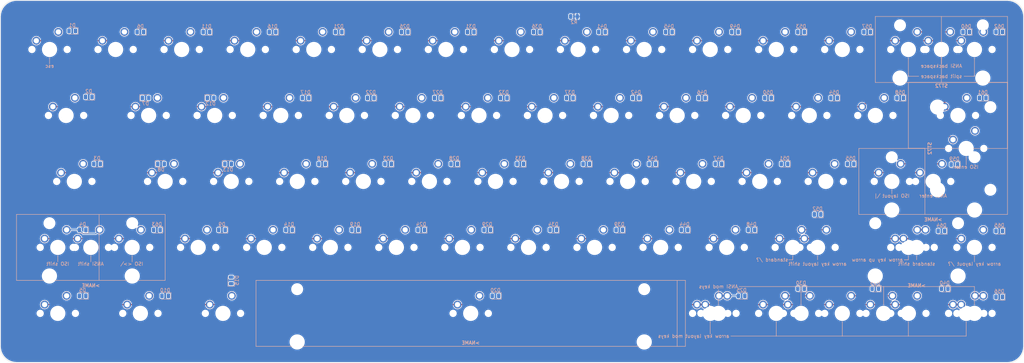
<source format=kicad_pcb>
(kicad_pcb (version 20171130) (host pcbnew 5.1.5)
  (layers (0 F.Cu signal) (31 B.Cu signal) (34 B.Paste user hide) (35 F.Paste user hide) (36 B.SilkS user) (37 F.SilkS user) (38 B.Mask user hide) (39 F.Mask user hide) (44 Edge.Cuts user hide))
  (net 0 "")
  (net 1 GND)
  (net 2 "Net-(J1-PadB5)")
  (net 3 /col0)
  (net 4 "Net-(D1-Pad2)")
  (net 5 "Net-(D2-Pad2)")
  (net 6 "Net-(D3-Pad2)")
  (net 7 "Net-(D4-Pad2)")
  (net 8 "Net-(D5-Pad2)")
  (net 9 /col1)
  (net 10 "Net-(D6-Pad2)")
  (net 11 "Net-(D7-Pad2)")
  (net 12 "Net-(D8-Pad2)")
  (net 13 "Net-(D9-Pad2)")
  (net 14 "Net-(D10-Pad2)")
  (net 15 "Net-(D11-Pad2)")
  (net 16 /col2)
  (net 17 "Net-(D12-Pad2)")
  (net 18 "Net-(D13-Pad2)")
  (net 19 "Net-(D14-Pad2)")
  (net 20 "Net-(D15-Pad2)")
  (net 21 /col3)
  (net 22 "Net-(D16-Pad2)")
  (net 23 "Net-(D17-Pad2)")
  (net 24 "Net-(D18-Pad2)")
  (net 25 "Net-(D19-Pad2)")
  (net 26 "Net-(D20-Pad2)")
  (net 27 "Net-(D21-Pad2)")
  (net 28 /col4)
  (net 29 "Net-(D22-Pad2)")
  (net 30 "Net-(D23-Pad2)")
  (net 31 "Net-(D24-Pad2)")
  (net 32 "Net-(D25-Pad2)")
  (net 33 /col5)
  (net 34 "Net-(D26-Pad2)")
  (net 35 "Net-(D27-Pad2)")
  (net 36 "Net-(D28-Pad2)")
  (net 37 "Net-(D29-Pad2)")
  (net 38 "Net-(D30-Pad2)")
  (net 39 /col6)
  (net 40 "Net-(D31-Pad2)")
  (net 41 "Net-(D32-Pad2)")
  (net 42 "Net-(D33-Pad2)")
  (net 43 "Net-(D34-Pad2)")
  (net 44 "Net-(D35-Pad2)")
  (net 45 "Net-(D36-Pad2)")
  (net 46 /col7)
  (net 47 "Net-(D37-Pad2)")
  (net 48 "Net-(D38-Pad2)")
  (net 49 "Net-(D39-Pad2)")
  (net 50 "Net-(D40-Pad2)")
  (net 51 "Net-(D41-Pad2)")
  (net 52 "Net-(D42-Pad2)")
  (net 53 "Net-(D43-Pad2)")
  (net 54 "Net-(D44-Pad2)")
  (net 55 "Net-(D45-Pad2)")
  (net 56 /col8)
  (net 57 "Net-(D46-Pad2)")
  (net 58 "Net-(D47-Pad2)")
  (net 59 "Net-(D48-Pad2)")
  (net 60 /col9)
  (net 61 "Net-(D49-Pad2)")
  (net 62 "Net-(D50-Pad2)")
  (net 63 "Net-(D51-Pad2)")
  (net 64 "Net-(D52-Pad2)")
  (net 65 "Net-(D53-Pad2)")
  (net 66 /col10)
  (net 67 "Net-(D54-Pad2)")
  (net 68 "Net-(D55-Pad2)")
  (net 69 "Net-(D56-Pad2)")
  (net 70 "Net-(D57-Pad2)")
  (net 71 "Net-(D58-Pad2)")
  (net 72 "Net-(D59-Pad2)")
  (net 73 "Net-(D60-Pad2)")
  (net 74 /col12)
  (net 75 "Net-(D61-Pad2)")
  (net 76 /row0)
  (net 77 /row1)
  (net 78 /row2)
  (net 79 /row4)
  (net 80 /col11)
  (net 81 /col13)
  (net 82 "Net-(D62-Pad2)")
  (net 83 /col14)
  (net 84 "Net-(D63-Pad2)")
  (net 85 "Net-(D64-Pad2)")
  (net 86 "Net-(D5-Pad1)")
  (net 87 "Net-(D10-Pad1)")
  (net 88 "Net-(D15-Pad1)")
  (net 89 "Net-(D20-Pad1)")
  (net 90 "Net-(D25-Pad1)")
  (net 91 "Net-(D30-Pad1)")
  (net 92 "Net-(SW14-Pad1)")
  (net 93 "Net-(D65-Pad2)")
  (module 61key:D_0805_2012Metric (layer B.Cu) (at 47.625 123.527655 180)
    (fp_text reference D4 (at 0 1.65) (layer B.SilkS) (effects (justify mirror)))
    (fp_text value D hide)
    (pad 2 smd roundrect (at 0.9375 0 180) (size 0.975 1.4) (layers B.Cu B.Paste B.Mask) (net 7 "Net-(D4-Pad2)"))
    (pad 1 smd roundrect (at -0.9375 0 180) (size 0.975 1.4) (layers B.Cu B.Paste B.Mask) (net 3 /col0))
  )
  (module 61key:MX_STAB_2U (layer F.Cu) (at 302.41875 100.0125 270)
    (fp_text reference ST72 (at 0 10.5 90) (layer B.SilkS) (effects (font (thickness 0.2)) (justify mirror)))
    (fp_text value Stabilizer hide)
    (pad "" np_thru_hole circle (at 11.938 8.255 270) (size 3.9878 3.9878) (drill 3.9878) (layers *.Cu *.Mask))
    (pad "" np_thru_hole circle (at -11.938 8.255 270) (size 3.9878 3.9878) (drill 3.9878) (layers *.Cu *.Mask))
    (pad "" np_thru_hole circle (at 11.938 -6.985 270) (size 3.048 3.048) (drill 3.048) (layers *.Cu *.Mask))
    (pad "" np_thru_hole circle (at -11.938 -6.985 270) (size 3.048 3.048) (drill 3.048) (layers *.Cu *.Mask))
  )
  (module 61key:MX_STAB_6.75U (layer F.Cu) (at 159.54375 147.6375)
    (fp_text reference >NAME (at 0 8.5) (layer B.SilkS) (effects (font (thickness 0.2)) (justify mirror)))
    (fp_text value >VALUE hide)
    (pad "" np_thru_hole circle (at -50.038 -6.985) (size 3.048 3.048) (drill 3.048) (layers *.Cu *.Mask))
    (pad "" np_thru_hole circle (at 50.038 -6.985) (size 3.048 3.048) (drill 3.048) (layers *.Cu *.Mask))
    (pad "" np_thru_hole circle (at -50.038 8.255) (size 3.9878 3.9878) (drill 3.9878) (layers *.Cu *.Mask))
    (pad "" np_thru_hole circle (at 50.038 8.255) (size 3.9878 3.9878) (drill 3.9878) (layers *.Cu *.Mask))
  )
  (module 61key:MX_STAB_2.75U (layer F.Cu) (at 288.13125 128.5875)
    (fp_text reference >NAME (at 0 11) (layer B.SilkS) (effects (font (thickness 0.2)) (justify mirror)))
    (fp_text value >VALUE hide)
    (pad "" np_thru_hole circle (at -11.938 -6.985) (size 3.048 3.048) (drill 3.048) (layers *.Cu *.Mask))
    (pad "" np_thru_hole circle (at 11.938 -6.985) (size 3.048 3.048) (drill 3.048) (layers *.Cu *.Mask))
    (pad "" np_thru_hole circle (at -11.938 8.255) (size 3.9878 3.9878) (drill 3.9878) (layers *.Cu *.Mask))
    (pad "" np_thru_hole circle (at 11.938 8.255) (size 3.9878 3.9878) (drill 3.9878) (layers *.Cu *.Mask))
  )
  (module 61key:MX_STAB_2.25U (layer F.Cu) (at 50.00625 128.5875)
    (fp_text reference >NAME (at 0 11) (layer B.SilkS) (effects (font (thickness 0.2)) (justify mirror)))
    (fp_text value >VALUE hide)
    (pad "" np_thru_hole circle (at -11.938 -6.985) (size 3.048 3.048) (drill 3.048) (layers *.Cu *.Mask))
    (pad "" np_thru_hole circle (at 11.938 -6.985) (size 3.048 3.048) (drill 3.048) (layers *.Cu *.Mask))
    (pad "" np_thru_hole circle (at -11.938 8.255) (size 3.9878 3.9878) (drill 3.9878) (layers *.Cu *.Mask))
    (pad "" np_thru_hole circle (at 11.938 8.255) (size 3.9878 3.9878) (drill 3.9878) (layers *.Cu *.Mask))
  )
  (module 61key:MX_STAB_2.25U (layer F.Cu) (at 292.89375 109.5375)
    (fp_text reference >NAME (at 0 11) (layer B.SilkS) (effects (font (thickness 0.2)) (justify mirror)))
    (fp_text value >VALUE hide)
    (pad "" np_thru_hole circle (at -11.938 -6.985) (size 3.048 3.048) (drill 3.048) (layers *.Cu *.Mask))
    (pad "" np_thru_hole circle (at 11.938 -6.985) (size 3.048 3.048) (drill 3.048) (layers *.Cu *.Mask))
    (pad "" np_thru_hole circle (at -11.938 8.255) (size 3.9878 3.9878) (drill 3.9878) (layers *.Cu *.Mask))
    (pad "" np_thru_hole circle (at 11.938 8.255) (size 3.9878 3.9878) (drill 3.9878) (layers *.Cu *.Mask))
  )
  (module 61key:SW_MX (layer F.Cu) (at 276.225 90.4875)
    (fp_text reference SW58)
    (fp_text value SW_SPST)
    (pad 2 thru_hole circle (at 2.54 -5.08) (size 2.286 2.286) (drill 1.4986) (layers *.Cu *.Mask) (net 71 "Net-(D58-Pad2)"))
    (pad "" np_thru_hole circle (at 0 0) (size 3.9878 3.9878) (drill 3.9878) (layers *.Cu *.Mask))
    (pad 1 thru_hole circle (at -3.81 -2.54) (size 2.286 2.286) (drill 1.4986) (layers *.Cu *.Mask) (net 77 /row1))
    (pad "" np_thru_hole circle (at 5.08 0) (size 1.7018 1.7018) (drill 1.7018) (layers *.Cu *.Mask))
    (pad "" np_thru_hole circle (at -5.08 0) (size 1.7018 1.7018) (drill 1.7018) (layers *.Cu *.Mask))
  )
  (module 61key:MX_STAB_2U (layer F.Cu) (at 295.275 71.4375)
    (fp_text reference ST72 (at 0 10.5) (layer B.SilkS) (effects (font (thickness 0.2)) (justify mirror)))
    (fp_text value Stabilizer hide)
    (pad "" np_thru_hole circle (at 11.938 8.255) (size 3.9878 3.9878) (drill 3.9878) (layers *.Cu *.Mask))
    (pad "" np_thru_hole circle (at -11.938 8.255) (size 3.9878 3.9878) (drill 3.9878) (layers *.Cu *.Mask))
    (pad "" np_thru_hole circle (at 11.938 -6.985) (size 3.048 3.048) (drill 3.048) (layers *.Cu *.Mask))
    (pad "" np_thru_hole circle (at -11.938 -6.985) (size 3.048 3.048) (drill 3.048) (layers *.Cu *.Mask))
  )
  (module 61key:SW_MX (layer F.Cu) (at 302.419512 100.012752)
    (fp_text reference SW75)
    (fp_text value SW_SPST)
    (pad 2 thru_hole circle (at 2.54 -5.08) (size 2.286 2.286) (drill 1.4986) (layers *.Cu *.Mask) (net 75 "Net-(D61-Pad2)"))
    (pad "" np_thru_hole circle (at 0 0) (size 3.9878 3.9878) (drill 3.9878) (layers *.Cu *.Mask))
    (pad 1 thru_hole circle (at -3.81 -2.54) (size 2.286 2.286) (drill 1.4986) (layers *.Cu *.Mask) (net 77 /row1))
    (pad "" np_thru_hole circle (at 5.08 0) (size 1.7018 1.7018) (drill 1.7018) (layers *.Cu *.Mask))
    (pad "" np_thru_hole circle (at -5.08 0) (size 1.7018 1.7018) (drill 1.7018) (layers *.Cu *.Mask))
  )
  (module 61key:SW_MX (layer F.Cu) (at 209.55 71.4375)
    (fp_text reference SW45)
    (fp_text value SW_SPST)
    (pad 2 thru_hole circle (at 2.54 -5.08) (size 2.286 2.286) (drill 1.4986) (layers *.Cu *.Mask) (net 55 "Net-(D45-Pad2)"))
    (pad "" np_thru_hole circle (at 0 0) (size 3.9878 3.9878) (drill 3.9878) (layers *.Cu *.Mask))
    (pad 1 thru_hole circle (at -3.81 -2.54) (size 2.286 2.286) (drill 1.4986) (layers *.Cu *.Mask) (net 76 /row0))
    (pad "" np_thru_hole circle (at 5.08 0) (size 1.7018 1.7018) (drill 1.7018) (layers *.Cu *.Mask))
    (pad "" np_thru_hole circle (at -5.08 0) (size 1.7018 1.7018) (drill 1.7018) (layers *.Cu *.Mask))
  )
  (module 61key:SW_MX (layer F.Cu) (at 280.9875 109.5375)
    (fp_text reference SW74)
    (fp_text value SW_SPST)
    (pad 2 thru_hole circle (at 2.54 -5.08) (size 2.286 2.286) (drill 1.4986) (layers *.Cu *.Mask) (net 72 "Net-(D59-Pad2)"))
    (pad "" np_thru_hole circle (at 0 0) (size 3.9878 3.9878) (drill 3.9878) (layers *.Cu *.Mask))
    (pad 1 thru_hole circle (at -3.81 -2.54) (size 2.286 2.286) (drill 1.4986) (layers *.Cu *.Mask) (net 78 /row2))
    (pad "" np_thru_hole circle (at 5.08 0) (size 1.7018 1.7018) (drill 1.7018) (layers *.Cu *.Mask))
    (pad "" np_thru_hole circle (at -5.08 0) (size 1.7018 1.7018) (drill 1.7018) (layers *.Cu *.Mask))
  )
  (module 61key:SW_MX (layer F.Cu) (at 304.8 147.6375)
    (fp_text reference SW73)
    (fp_text value SW_SPST)
    (pad 2 thru_hole circle (at 2.54 -5.08) (size 2.286 2.286) (drill 1.4986) (layers *.Cu *.Mask) (net 69 "Net-(D56-Pad2)"))
    (pad "" np_thru_hole circle (at 0 0) (size 3.9878 3.9878) (drill 3.9878) (layers *.Cu *.Mask))
    (pad 1 thru_hole circle (at -3.81 -2.54) (size 2.286 2.286) (drill 1.4986) (layers *.Cu *.Mask) (net 79 /row4))
    (pad "" np_thru_hole circle (at 5.08 0) (size 1.7018 1.7018) (drill 1.7018) (layers *.Cu *.Mask))
    (pad "" np_thru_hole circle (at -5.08 0) (size 1.7018 1.7018) (drill 1.7018) (layers *.Cu *.Mask))
  )
  (module 61key:SW_MX (layer F.Cu) (at 285.75 147.6375)
    (fp_text reference SW72)
    (fp_text value SW_SPST)
    (pad 2 thru_hole circle (at 2.54 -5.08) (size 2.286 2.286) (drill 1.4986) (layers *.Cu *.Mask) (net 50 "Net-(D40-Pad2)"))
    (pad "" np_thru_hole circle (at 0 0) (size 3.9878 3.9878) (drill 3.9878) (layers *.Cu *.Mask))
    (pad 1 thru_hole circle (at -3.81 -2.54) (size 2.286 2.286) (drill 1.4986) (layers *.Cu *.Mask) (net 79 /row4))
    (pad "" np_thru_hole circle (at 5.08 0) (size 1.7018 1.7018) (drill 1.7018) (layers *.Cu *.Mask))
    (pad "" np_thru_hole circle (at -5.08 0) (size 1.7018 1.7018) (drill 1.7018) (layers *.Cu *.Mask))
  )
  (module 61key:SW_MX (layer F.Cu) (at 266.7 147.6375)
    (fp_text reference SW71)
    (fp_text value SW_SPST)
    (pad 2 thru_hole circle (at 2.54 -5.08) (size 2.286 2.286) (drill 1.4986) (layers *.Cu *.Mask) (net 44 "Net-(D35-Pad2)"))
    (pad "" np_thru_hole circle (at 0 0) (size 3.9878 3.9878) (drill 3.9878) (layers *.Cu *.Mask))
    (pad 1 thru_hole circle (at -3.81 -2.54) (size 2.286 2.286) (drill 1.4986) (layers *.Cu *.Mask) (net 79 /row4))
    (pad "" np_thru_hole circle (at 5.08 0) (size 1.7018 1.7018) (drill 1.7018) (layers *.Cu *.Mask))
    (pad "" np_thru_hole circle (at -5.08 0) (size 1.7018 1.7018) (drill 1.7018) (layers *.Cu *.Mask))
  )
  (module 61key:SW_MX (layer F.Cu) (at 247.65 147.6375)
    (fp_text reference SW70)
    (fp_text value SW_SPST)
    (pad 2 thru_hole circle (at 2.54 -5.08) (size 2.286 2.286) (drill 1.4986) (layers *.Cu *.Mask) (net 38 "Net-(D30-Pad2)"))
    (pad "" np_thru_hole circle (at 0 0) (size 3.9878 3.9878) (drill 3.9878) (layers *.Cu *.Mask))
    (pad 1 thru_hole circle (at -3.81 -2.54) (size 2.286 2.286) (drill 1.4986) (layers *.Cu *.Mask) (net 79 /row4))
    (pad "" np_thru_hole circle (at 5.08 0) (size 1.7018 1.7018) (drill 1.7018) (layers *.Cu *.Mask))
    (pad "" np_thru_hole circle (at -5.08 0) (size 1.7018 1.7018) (drill 1.7018) (layers *.Cu *.Mask))
  )
  (module 61key:SW_MX (layer F.Cu) (at 228.6 147.6375)
    (fp_text reference SW69)
    (fp_text value SW_SPST)
    (pad 2 thru_hole circle (at 2.54 -5.08) (size 2.286 2.286) (drill 1.4986) (layers *.Cu *.Mask) (net 32 "Net-(D25-Pad2)"))
    (pad "" np_thru_hole circle (at 0 0) (size 3.9878 3.9878) (drill 3.9878) (layers *.Cu *.Mask))
    (pad 1 thru_hole circle (at -3.81 -2.54) (size 2.286 2.286) (drill 1.4986) (layers *.Cu *.Mask) (net 79 /row4))
    (pad "" np_thru_hole circle (at 5.08 0) (size 1.7018 1.7018) (drill 1.7018) (layers *.Cu *.Mask))
    (pad "" np_thru_hole circle (at -5.08 0) (size 1.7018 1.7018) (drill 1.7018) (layers *.Cu *.Mask))
  )
  (module 61key:D_0805_2012Metric (layer B.Cu) (at 311.94375 142.875 180)
    (fp_text reference D56 (at 0 1.65) (layer B.SilkS) (effects (justify mirror)))
    (fp_text value D hide)
    (pad 2 smd roundrect (at 0.9375 0 180) (size 0.975 1.4) (layers B.Cu B.Paste B.Mask) (net 69 "Net-(D56-Pad2)"))
    (pad 1 smd roundrect (at -0.9375 0 180) (size 0.975 1.4) (layers B.Cu B.Paste B.Mask) (net 83 /col14))
  )
  (module 61key:SW_MX (layer F.Cu) (at 304.8 128.5875)
    (fp_text reference SW68)
    (fp_text value SW_SPST)
    (pad 2 thru_hole circle (at 2.54 -5.08) (size 2.286 2.286) (drill 1.4986) (layers *.Cu *.Mask) (net 93 "Net-(D65-Pad2)"))
    (pad "" np_thru_hole circle (at 0 0) (size 3.9878 3.9878) (drill 3.9878) (layers *.Cu *.Mask))
    (pad 1 thru_hole circle (at -3.81 -2.54) (size 2.286 2.286) (drill 1.4986) (layers *.Cu *.Mask) (net 92 "Net-(SW14-Pad1)"))
    (pad "" np_thru_hole circle (at 5.08 0) (size 1.7018 1.7018) (drill 1.7018) (layers *.Cu *.Mask))
    (pad "" np_thru_hole circle (at -5.08 0) (size 1.7018 1.7018) (drill 1.7018) (layers *.Cu *.Mask))
  )
  (module 61key:SW_MX (layer F.Cu) (at 285.75 128.5875)
    (fp_text reference SW67)
    (fp_text value SW_SPST)
    (pad 2 thru_hole circle (at 2.54 -5.08) (size 2.286 2.286) (drill 1.4986) (layers *.Cu *.Mask) (net 85 "Net-(D64-Pad2)"))
    (pad "" np_thru_hole circle (at 0 0) (size 3.9878 3.9878) (drill 3.9878) (layers *.Cu *.Mask))
    (pad 1 thru_hole circle (at -3.81 -2.54) (size 2.286 2.286) (drill 1.4986) (layers *.Cu *.Mask) (net 92 "Net-(SW14-Pad1)"))
    (pad "" np_thru_hole circle (at 5.08 0) (size 1.7018 1.7018) (drill 1.7018) (layers *.Cu *.Mask))
    (pad "" np_thru_hole circle (at -5.08 0) (size 1.7018 1.7018) (drill 1.7018) (layers *.Cu *.Mask))
  )
  (module 61key:SW_MX (layer F.Cu) (at 259.55625 128.5875)
    (fp_text reference SW66)
    (fp_text value SW_SPST)
    (pad 2 thru_hole circle (at 2.54 -5.08) (size 2.286 2.286) (drill 1.4986) (layers *.Cu *.Mask) (net 64 "Net-(D52-Pad2)"))
    (pad "" np_thru_hole circle (at 0 0) (size 3.9878 3.9878) (drill 3.9878) (layers *.Cu *.Mask))
    (pad 1 thru_hole circle (at -3.81 -2.54) (size 2.286 2.286) (drill 1.4986) (layers *.Cu *.Mask) (net 92 "Net-(SW14-Pad1)"))
    (pad "" np_thru_hole circle (at 5.08 0) (size 1.7018 1.7018) (drill 1.7018) (layers *.Cu *.Mask))
    (pad "" np_thru_hole circle (at -5.08 0) (size 1.7018 1.7018) (drill 1.7018) (layers *.Cu *.Mask))
  )
  (module 61key:D_0805_2012Metric (layer B.Cu) (at 311.94375 123.825 180)
    (fp_text reference D65 (at 0 1.65) (layer B.SilkS) (effects (justify mirror)))
    (fp_text value D hide)
    (pad 2 smd roundrect (at 0.9375 0 180) (size 0.975 1.4) (layers B.Cu B.Paste B.Mask) (net 93 "Net-(D65-Pad2)"))
    (pad 1 smd roundrect (at -0.9375 0 180) (size 0.975 1.4) (layers B.Cu B.Paste B.Mask) (net 83 /col14))
  )
  (module 61key:SW_MX (layer F.Cu) (at 288.13125 128.5875)
    (fp_text reference SW56)
    (fp_text value SW_SPST)
    (pad 2 thru_hole circle (at 2.54 -5.08) (size 2.286 2.286) (drill 1.4986) (layers *.Cu *.Mask) (net 85 "Net-(D64-Pad2)"))
    (pad "" np_thru_hole circle (at 0 0) (size 3.9878 3.9878) (drill 3.9878) (layers *.Cu *.Mask))
    (pad 1 thru_hole circle (at -3.81 -2.54) (size 2.286 2.286) (drill 1.4986) (layers *.Cu *.Mask) (net 92 "Net-(SW14-Pad1)"))
    (pad "" np_thru_hole circle (at 5.08 0) (size 1.7018 1.7018) (drill 1.7018) (layers *.Cu *.Mask))
    (pad "" np_thru_hole circle (at -5.08 0) (size 1.7018 1.7018) (drill 1.7018) (layers *.Cu *.Mask))
  )
  (module 61key:D_0805_2012Metric (layer B.Cu) (at 295.275 123.825 180)
    (fp_text reference D64 (at 0 1.65) (layer B.SilkS) (effects (justify mirror)))
    (fp_text value D hide)
    (pad 2 smd roundrect (at 0.9375 0 180) (size 0.975 1.4) (layers B.Cu B.Paste B.Mask) (net 85 "Net-(D64-Pad2)"))
    (pad 1 smd roundrect (at -0.9375 0 180) (size 0.975 1.4) (layers B.Cu B.Paste B.Mask) (net 81 /col13))
  )
  (module 61key:SW_MX (layer F.Cu) (at 61.9125 128.5875)
    (fp_text reference SW65)
    (fp_text value SW_SPST)
    (pad 2 thru_hole circle (at 2.54 -5.08) (size 2.286 2.286) (drill 1.4986) (layers *.Cu *.Mask) (net 84 "Net-(D63-Pad2)"))
    (pad "" np_thru_hole circle (at 0 0) (size 3.9878 3.9878) (drill 3.9878) (layers *.Cu *.Mask))
    (pad 1 thru_hole circle (at -3.81 -2.54) (size 2.286 2.286) (drill 1.4986) (layers *.Cu *.Mask) (net 92 "Net-(SW14-Pad1)"))
    (pad "" np_thru_hole circle (at 5.08 0) (size 1.7018 1.7018) (drill 1.7018) (layers *.Cu *.Mask))
    (pad "" np_thru_hole circle (at -5.08 0) (size 1.7018 1.7018) (drill 1.7018) (layers *.Cu *.Mask))
  )
  (module 61key:D_0805_2012Metric (layer B.Cu) (at 69.056424 123.527655 180)
    (fp_text reference D63 (at 0 1.65) (layer B.SilkS) (effects (justify mirror)))
    (fp_text value D hide)
    (pad 2 smd roundrect (at 0.9375 0 180) (size 0.975 1.4) (layers B.Cu B.Paste B.Mask) (net 84 "Net-(D63-Pad2)"))
    (pad 1 smd roundrect (at -0.9375 0 180) (size 0.975 1.4) (layers B.Cu B.Paste B.Mask) (net 9 /col1))
  )
  (module 61key:SW_MX (layer F.Cu) (at 40.48125 128.5875)
    (fp_text reference SW64)
    (fp_text value SW_SPST)
    (pad 2 thru_hole circle (at 2.54 -5.08) (size 2.286 2.286) (drill 1.4986) (layers *.Cu *.Mask) (net 7 "Net-(D4-Pad2)"))
    (pad "" np_thru_hole circle (at 0 0) (size 3.9878 3.9878) (drill 3.9878) (layers *.Cu *.Mask))
    (pad 1 thru_hole circle (at -3.81 -2.54) (size 2.286 2.286) (drill 1.4986) (layers *.Cu *.Mask) (net 92 "Net-(SW14-Pad1)"))
    (pad "" np_thru_hole circle (at 5.08 0) (size 1.7018 1.7018) (drill 1.7018) (layers *.Cu *.Mask))
    (pad "" np_thru_hole circle (at -5.08 0) (size 1.7018 1.7018) (drill 1.7018) (layers *.Cu *.Mask))
  )
  (module 61key:SW_MX (layer F.Cu) (at 285.75 71.4375)
    (fp_text reference SW63)
    (fp_text value SW_SPST)
    (pad 2 thru_hole circle (at 2.54 -5.08) (size 2.286 2.286) (drill 1.4986) (layers *.Cu *.Mask) (net 73 "Net-(D60-Pad2)"))
    (pad "" np_thru_hole circle (at 0 0) (size 3.9878 3.9878) (drill 3.9878) (layers *.Cu *.Mask))
    (pad 1 thru_hole circle (at -3.81 -2.54) (size 2.286 2.286) (drill 1.4986) (layers *.Cu *.Mask) (net 76 /row0))
    (pad "" np_thru_hole circle (at 5.08 0) (size 1.7018 1.7018) (drill 1.7018) (layers *.Cu *.Mask))
    (pad "" np_thru_hole circle (at -5.08 0) (size 1.7018 1.7018) (drill 1.7018) (layers *.Cu *.Mask))
  )
  (module 61key:SW_MX (layer F.Cu) (at 304.8 71.4375)
    (fp_text reference SW62)
    (fp_text value SW_SPST)
    (pad 2 thru_hole circle (at 2.54 -5.08) (size 2.286 2.286) (drill 1.4986) (layers *.Cu *.Mask) (net 82 "Net-(D62-Pad2)"))
    (pad "" np_thru_hole circle (at 0 0) (size 3.9878 3.9878) (drill 3.9878) (layers *.Cu *.Mask))
    (pad 1 thru_hole circle (at -3.81 -2.54) (size 2.286 2.286) (drill 1.4986) (layers *.Cu *.Mask) (net 76 /row0))
    (pad "" np_thru_hole circle (at 5.08 0) (size 1.7018 1.7018) (drill 1.7018) (layers *.Cu *.Mask))
    (pad "" np_thru_hole circle (at -5.08 0) (size 1.7018 1.7018) (drill 1.7018) (layers *.Cu *.Mask))
  )
  (module 61key:D_0805_2012Metric (layer B.Cu) (at 311.944012 66.36 180)
    (fp_text reference D62 (at 0 1.65) (layer B.SilkS) (effects (justify mirror)))
    (fp_text value D hide)
    (pad 2 smd roundrect (at 0.9375 0 180) (size 0.975 1.4) (layers B.Cu B.Paste B.Mask) (net 82 "Net-(D62-Pad2)"))
    (pad 1 smd roundrect (at -0.9375 0 180) (size 0.975 1.4) (layers B.Cu B.Paste B.Mask) (net 83 /col14))
  )
  (module 61key:SW_MX (layer F.Cu) (at 300.0375 90.4875)
    (fp_text reference SW61)
    (fp_text value SW_SPST)
    (pad 2 thru_hole circle (at 2.54 -5.08) (size 2.286 2.286) (drill 1.4986) (layers *.Cu *.Mask) (net 75 "Net-(D61-Pad2)"))
    (pad "" np_thru_hole circle (at 0 0) (size 3.9878 3.9878) (drill 3.9878) (layers *.Cu *.Mask))
    (pad 1 thru_hole circle (at -3.81 -2.54) (size 2.286 2.286) (drill 1.4986) (layers *.Cu *.Mask) (net 77 /row1))
    (pad "" np_thru_hole circle (at 5.08 0) (size 1.7018 1.7018) (drill 1.7018) (layers *.Cu *.Mask))
    (pad "" np_thru_hole circle (at -5.08 0) (size 1.7018 1.7018) (drill 1.7018) (layers *.Cu *.Mask))
  )
  (module 61key:SW_MX (layer F.Cu) (at 295.275 71.4375)
    (fp_text reference SW60)
    (fp_text value SW_SPST)
    (pad 2 thru_hole circle (at 2.54 -5.08) (size 2.286 2.286) (drill 1.4986) (layers *.Cu *.Mask) (net 73 "Net-(D60-Pad2)"))
    (pad "" np_thru_hole circle (at 0 0) (size 3.9878 3.9878) (drill 3.9878) (layers *.Cu *.Mask))
    (pad 1 thru_hole circle (at -3.81 -2.54) (size 2.286 2.286) (drill 1.4986) (layers *.Cu *.Mask) (net 76 /row0))
    (pad "" np_thru_hole circle (at 5.08 0) (size 1.7018 1.7018) (drill 1.7018) (layers *.Cu *.Mask))
    (pad "" np_thru_hole circle (at -5.08 0) (size 1.7018 1.7018) (drill 1.7018) (layers *.Cu *.Mask))
  )
  (module 61key:SW_MX (layer F.Cu) (at 292.89375 109.5375)
    (fp_text reference SW59)
    (fp_text value SW_SPST)
    (pad 2 thru_hole circle (at 2.54 -5.08) (size 2.286 2.286) (drill 1.4986) (layers *.Cu *.Mask) (net 72 "Net-(D59-Pad2)"))
    (pad "" np_thru_hole circle (at 0 0) (size 3.9878 3.9878) (drill 3.9878) (layers *.Cu *.Mask))
    (pad 1 thru_hole circle (at -3.81 -2.54) (size 2.286 2.286) (drill 1.4986) (layers *.Cu *.Mask) (net 78 /row2))
    (pad "" np_thru_hole circle (at 5.08 0) (size 1.7018 1.7018) (drill 1.7018) (layers *.Cu *.Mask))
    (pad "" np_thru_hole circle (at -5.08 0) (size 1.7018 1.7018) (drill 1.7018) (layers *.Cu *.Mask))
  )
  (module 61key:SW_MX (layer F.Cu) (at 266.7 71.4375)
    (fp_text reference SW57)
    (fp_text value SW_SPST)
    (pad 2 thru_hole circle (at 2.54 -5.08) (size 2.286 2.286) (drill 1.4986) (layers *.Cu *.Mask) (net 70 "Net-(D57-Pad2)"))
    (pad "" np_thru_hole circle (at 0 0) (size 3.9878 3.9878) (drill 3.9878) (layers *.Cu *.Mask))
    (pad 1 thru_hole circle (at -3.81 -2.54) (size 2.286 2.286) (drill 1.4986) (layers *.Cu *.Mask) (net 76 /row0))
    (pad "" np_thru_hole circle (at 5.08 0) (size 1.7018 1.7018) (drill 1.7018) (layers *.Cu *.Mask))
    (pad "" np_thru_hole circle (at -5.08 0) (size 1.7018 1.7018) (drill 1.7018) (layers *.Cu *.Mask))
  )
  (module 61key:SW_MX (layer F.Cu) (at 261.9375 109.5375)
    (fp_text reference SW55)
    (fp_text value SW_SPST)
    (pad 2 thru_hole circle (at 2.54 -5.08) (size 2.286 2.286) (drill 1.4986) (layers *.Cu *.Mask) (net 68 "Net-(D55-Pad2)"))
    (pad "" np_thru_hole circle (at 0 0) (size 3.9878 3.9878) (drill 3.9878) (layers *.Cu *.Mask))
    (pad 1 thru_hole circle (at -3.81 -2.54) (size 2.286 2.286) (drill 1.4986) (layers *.Cu *.Mask) (net 78 /row2))
    (pad "" np_thru_hole circle (at 5.08 0) (size 1.7018 1.7018) (drill 1.7018) (layers *.Cu *.Mask))
    (pad "" np_thru_hole circle (at -5.08 0) (size 1.7018 1.7018) (drill 1.7018) (layers *.Cu *.Mask))
  )
  (module 61key:SW_MX (layer F.Cu) (at 257.175 90.4875)
    (fp_text reference SW54)
    (fp_text value SW_SPST)
    (pad 2 thru_hole circle (at 2.54 -5.08) (size 2.286 2.286) (drill 1.4986) (layers *.Cu *.Mask) (net 67 "Net-(D54-Pad2)"))
    (pad "" np_thru_hole circle (at 0 0) (size 3.9878 3.9878) (drill 3.9878) (layers *.Cu *.Mask))
    (pad 1 thru_hole circle (at -3.81 -2.54) (size 2.286 2.286) (drill 1.4986) (layers *.Cu *.Mask) (net 77 /row1))
    (pad "" np_thru_hole circle (at 5.08 0) (size 1.7018 1.7018) (drill 1.7018) (layers *.Cu *.Mask))
    (pad "" np_thru_hole circle (at -5.08 0) (size 1.7018 1.7018) (drill 1.7018) (layers *.Cu *.Mask))
  )
  (module 61key:SW_MX (layer F.Cu) (at 247.65 71.4375)
    (fp_text reference SW53)
    (fp_text value SW_SPST)
    (pad 2 thru_hole circle (at 2.54 -5.08) (size 2.286 2.286) (drill 1.4986) (layers *.Cu *.Mask) (net 65 "Net-(D53-Pad2)"))
    (pad "" np_thru_hole circle (at 0 0) (size 3.9878 3.9878) (drill 3.9878) (layers *.Cu *.Mask))
    (pad 1 thru_hole circle (at -3.81 -2.54) (size 2.286 2.286) (drill 1.4986) (layers *.Cu *.Mask) (net 76 /row0))
    (pad "" np_thru_hole circle (at 5.08 0) (size 1.7018 1.7018) (drill 1.7018) (layers *.Cu *.Mask))
    (pad "" np_thru_hole circle (at -5.08 0) (size 1.7018 1.7018) (drill 1.7018) (layers *.Cu *.Mask))
  )
  (module 61key:SW_MX (layer F.Cu) (at 252.4125 128.5875)
    (fp_text reference SW52)
    (fp_text value SW_SPST)
    (pad 2 thru_hole circle (at 2.54 -5.08) (size 2.286 2.286) (drill 1.4986) (layers *.Cu *.Mask) (net 64 "Net-(D52-Pad2)"))
    (pad "" np_thru_hole circle (at 0 0) (size 3.9878 3.9878) (drill 3.9878) (layers *.Cu *.Mask))
    (pad 1 thru_hole circle (at -3.81 -2.54) (size 2.286 2.286) (drill 1.4986) (layers *.Cu *.Mask) (net 92 "Net-(SW14-Pad1)"))
    (pad "" np_thru_hole circle (at 5.08 0) (size 1.7018 1.7018) (drill 1.7018) (layers *.Cu *.Mask))
    (pad "" np_thru_hole circle (at -5.08 0) (size 1.7018 1.7018) (drill 1.7018) (layers *.Cu *.Mask))
  )
  (module 61key:SW_MX (layer F.Cu) (at 242.8875 109.5375)
    (fp_text reference SW51)
    (fp_text value SW_SPST)
    (pad 2 thru_hole circle (at 2.54 -5.08) (size 2.286 2.286) (drill 1.4986) (layers *.Cu *.Mask) (net 63 "Net-(D51-Pad2)"))
    (pad "" np_thru_hole circle (at 0 0) (size 3.9878 3.9878) (drill 3.9878) (layers *.Cu *.Mask))
    (pad 1 thru_hole circle (at -3.81 -2.54) (size 2.286 2.286) (drill 1.4986) (layers *.Cu *.Mask) (net 78 /row2))
    (pad "" np_thru_hole circle (at 5.08 0) (size 1.7018 1.7018) (drill 1.7018) (layers *.Cu *.Mask))
    (pad "" np_thru_hole circle (at -5.08 0) (size 1.7018 1.7018) (drill 1.7018) (layers *.Cu *.Mask))
  )
  (module 61key:SW_MX (layer F.Cu) (at 238.125 90.4875)
    (fp_text reference SW50)
    (fp_text value SW_SPST)
    (pad 2 thru_hole circle (at 2.54 -5.08) (size 2.286 2.286) (drill 1.4986) (layers *.Cu *.Mask) (net 62 "Net-(D50-Pad2)"))
    (pad "" np_thru_hole circle (at 0 0) (size 3.9878 3.9878) (drill 3.9878) (layers *.Cu *.Mask))
    (pad 1 thru_hole circle (at -3.81 -2.54) (size 2.286 2.286) (drill 1.4986) (layers *.Cu *.Mask) (net 77 /row1))
    (pad "" np_thru_hole circle (at 5.08 0) (size 1.7018 1.7018) (drill 1.7018) (layers *.Cu *.Mask))
    (pad "" np_thru_hole circle (at -5.08 0) (size 1.7018 1.7018) (drill 1.7018) (layers *.Cu *.Mask))
  )
  (module 61key:SW_MX (layer F.Cu) (at 228.6 71.4375)
    (fp_text reference SW49)
    (fp_text value SW_SPST)
    (pad 2 thru_hole circle (at 2.54 -5.08) (size 2.286 2.286) (drill 1.4986) (layers *.Cu *.Mask) (net 61 "Net-(D49-Pad2)"))
    (pad "" np_thru_hole circle (at 0 0) (size 3.9878 3.9878) (drill 3.9878) (layers *.Cu *.Mask))
    (pad 1 thru_hole circle (at -3.81 -2.54) (size 2.286 2.286) (drill 1.4986) (layers *.Cu *.Mask) (net 76 /row0))
    (pad "" np_thru_hole circle (at 5.08 0) (size 1.7018 1.7018) (drill 1.7018) (layers *.Cu *.Mask))
    (pad "" np_thru_hole circle (at -5.08 0) (size 1.7018 1.7018) (drill 1.7018) (layers *.Cu *.Mask))
  )
  (module 61key:SW_MX (layer F.Cu) (at 233.3625 128.5875)
    (fp_text reference SW48)
    (fp_text value SW_SPST)
    (pad 2 thru_hole circle (at 2.54 -5.08) (size 2.286 2.286) (drill 1.4986) (layers *.Cu *.Mask) (net 59 "Net-(D48-Pad2)"))
    (pad "" np_thru_hole circle (at 0 0) (size 3.9878 3.9878) (drill 3.9878) (layers *.Cu *.Mask))
    (pad 1 thru_hole circle (at -3.81 -2.54) (size 2.286 2.286) (drill 1.4986) (layers *.Cu *.Mask) (net 92 "Net-(SW14-Pad1)"))
    (pad "" np_thru_hole circle (at 5.08 0) (size 1.7018 1.7018) (drill 1.7018) (layers *.Cu *.Mask))
    (pad "" np_thru_hole circle (at -5.08 0) (size 1.7018 1.7018) (drill 1.7018) (layers *.Cu *.Mask))
  )
  (module 61key:SW_MX (layer F.Cu) (at 223.8375 109.5375)
    (fp_text reference SW47)
    (fp_text value SW_SPST)
    (pad 2 thru_hole circle (at 2.54 -5.08) (size 2.286 2.286) (drill 1.4986) (layers *.Cu *.Mask) (net 58 "Net-(D47-Pad2)"))
    (pad "" np_thru_hole circle (at 0 0) (size 3.9878 3.9878) (drill 3.9878) (layers *.Cu *.Mask))
    (pad 1 thru_hole circle (at -3.81 -2.54) (size 2.286 2.286) (drill 1.4986) (layers *.Cu *.Mask) (net 78 /row2))
    (pad "" np_thru_hole circle (at 5.08 0) (size 1.7018 1.7018) (drill 1.7018) (layers *.Cu *.Mask))
    (pad "" np_thru_hole circle (at -5.08 0) (size 1.7018 1.7018) (drill 1.7018) (layers *.Cu *.Mask))
  )
  (module 61key:SW_MX (layer F.Cu) (at 219.075 90.4875)
    (fp_text reference SW46)
    (fp_text value SW_SPST)
    (pad 2 thru_hole circle (at 2.54 -5.08) (size 2.286 2.286) (drill 1.4986) (layers *.Cu *.Mask) (net 57 "Net-(D46-Pad2)"))
    (pad "" np_thru_hole circle (at 0 0) (size 3.9878 3.9878) (drill 3.9878) (layers *.Cu *.Mask))
    (pad 1 thru_hole circle (at -3.81 -2.54) (size 2.286 2.286) (drill 1.4986) (layers *.Cu *.Mask) (net 77 /row1))
    (pad "" np_thru_hole circle (at 5.08 0) (size 1.7018 1.7018) (drill 1.7018) (layers *.Cu *.Mask))
    (pad "" np_thru_hole circle (at -5.08 0) (size 1.7018 1.7018) (drill 1.7018) (layers *.Cu *.Mask))
  )
  (module 61key:SW_MX (layer F.Cu) (at 214.3125 128.5875)
    (fp_text reference SW44)
    (fp_text value SW_SPST)
    (pad 2 thru_hole circle (at 2.54 -5.08) (size 2.286 2.286) (drill 1.4986) (layers *.Cu *.Mask) (net 54 "Net-(D44-Pad2)"))
    (pad "" np_thru_hole circle (at 0 0) (size 3.9878 3.9878) (drill 3.9878) (layers *.Cu *.Mask))
    (pad 1 thru_hole circle (at -3.81 -2.54) (size 2.286 2.286) (drill 1.4986) (layers *.Cu *.Mask) (net 92 "Net-(SW14-Pad1)"))
    (pad "" np_thru_hole circle (at 5.08 0) (size 1.7018 1.7018) (drill 1.7018) (layers *.Cu *.Mask))
    (pad "" np_thru_hole circle (at -5.08 0) (size 1.7018 1.7018) (drill 1.7018) (layers *.Cu *.Mask))
  )
  (module 61key:SW_MX (layer F.Cu) (at 204.7875 109.5375)
    (fp_text reference SW43)
    (fp_text value SW_SPST)
    (pad 2 thru_hole circle (at 2.54 -5.08) (size 2.286 2.286) (drill 1.4986) (layers *.Cu *.Mask) (net 53 "Net-(D43-Pad2)"))
    (pad "" np_thru_hole circle (at 0 0) (size 3.9878 3.9878) (drill 3.9878) (layers *.Cu *.Mask))
    (pad 1 thru_hole circle (at -3.81 -2.54) (size 2.286 2.286) (drill 1.4986) (layers *.Cu *.Mask) (net 78 /row2))
    (pad "" np_thru_hole circle (at 5.08 0) (size 1.7018 1.7018) (drill 1.7018) (layers *.Cu *.Mask))
    (pad "" np_thru_hole circle (at -5.08 0) (size 1.7018 1.7018) (drill 1.7018) (layers *.Cu *.Mask))
  )
  (module 61key:SW_MX (layer F.Cu) (at 200.025 90.4875)
    (fp_text reference SW42)
    (fp_text value SW_SPST)
    (pad 2 thru_hole circle (at 2.54 -5.08) (size 2.286 2.286) (drill 1.4986) (layers *.Cu *.Mask) (net 52 "Net-(D42-Pad2)"))
    (pad "" np_thru_hole circle (at 0 0) (size 3.9878 3.9878) (drill 3.9878) (layers *.Cu *.Mask))
    (pad 1 thru_hole circle (at -3.81 -2.54) (size 2.286 2.286) (drill 1.4986) (layers *.Cu *.Mask) (net 77 /row1))
    (pad "" np_thru_hole circle (at 5.08 0) (size 1.7018 1.7018) (drill 1.7018) (layers *.Cu *.Mask))
    (pad "" np_thru_hole circle (at -5.08 0) (size 1.7018 1.7018) (drill 1.7018) (layers *.Cu *.Mask))
  )
  (module 61key:SW_MX (layer F.Cu) (at 190.5 71.4375)
    (fp_text reference SW41)
    (fp_text value SW_SPST)
    (pad 2 thru_hole circle (at 2.54 -5.08) (size 2.286 2.286) (drill 1.4986) (layers *.Cu *.Mask) (net 51 "Net-(D41-Pad2)"))
    (pad "" np_thru_hole circle (at 0 0) (size 3.9878 3.9878) (drill 3.9878) (layers *.Cu *.Mask))
    (pad 1 thru_hole circle (at -3.81 -2.54) (size 2.286 2.286) (drill 1.4986) (layers *.Cu *.Mask) (net 76 /row0))
    (pad "" np_thru_hole circle (at 5.08 0) (size 1.7018 1.7018) (drill 1.7018) (layers *.Cu *.Mask))
    (pad "" np_thru_hole circle (at -5.08 0) (size 1.7018 1.7018) (drill 1.7018) (layers *.Cu *.Mask))
  )
  (module 61key:SW_MX (layer F.Cu) (at 302.41875 147.6375)
    (fp_text reference SW40)
    (fp_text value SW_SPST)
    (pad 2 thru_hole circle (at 2.54 -5.08) (size 2.286 2.286) (drill 1.4986) (layers *.Cu *.Mask) (net 69 "Net-(D56-Pad2)"))
    (pad "" np_thru_hole circle (at 0 0) (size 3.9878 3.9878) (drill 3.9878) (layers *.Cu *.Mask))
    (pad 1 thru_hole circle (at -3.81 -2.54) (size 2.286 2.286) (drill 1.4986) (layers *.Cu *.Mask) (net 79 /row4))
    (pad "" np_thru_hole circle (at 5.08 0) (size 1.7018 1.7018) (drill 1.7018) (layers *.Cu *.Mask))
    (pad "" np_thru_hole circle (at -5.08 0) (size 1.7018 1.7018) (drill 1.7018) (layers *.Cu *.Mask))
  )
  (module 61key:SW_MX (layer F.Cu) (at 195.2625 128.5875)
    (fp_text reference SW39)
    (fp_text value SW_SPST)
    (pad 2 thru_hole circle (at 2.54 -5.08) (size 2.286 2.286) (drill 1.4986) (layers *.Cu *.Mask) (net 49 "Net-(D39-Pad2)"))
    (pad "" np_thru_hole circle (at 0 0) (size 3.9878 3.9878) (drill 3.9878) (layers *.Cu *.Mask))
    (pad 1 thru_hole circle (at -3.81 -2.54) (size 2.286 2.286) (drill 1.4986) (layers *.Cu *.Mask) (net 92 "Net-(SW14-Pad1)"))
    (pad "" np_thru_hole circle (at 5.08 0) (size 1.7018 1.7018) (drill 1.7018) (layers *.Cu *.Mask))
    (pad "" np_thru_hole circle (at -5.08 0) (size 1.7018 1.7018) (drill 1.7018) (layers *.Cu *.Mask))
  )
  (module 61key:SW_MX (layer F.Cu) (at 185.7375 109.5375)
    (fp_text reference SW38)
    (fp_text value SW_SPST)
    (pad 2 thru_hole circle (at 2.54 -5.08) (size 2.286 2.286) (drill 1.4986) (layers *.Cu *.Mask) (net 48 "Net-(D38-Pad2)"))
    (pad "" np_thru_hole circle (at 0 0) (size 3.9878 3.9878) (drill 3.9878) (layers *.Cu *.Mask))
    (pad 1 thru_hole circle (at -3.81 -2.54) (size 2.286 2.286) (drill 1.4986) (layers *.Cu *.Mask) (net 78 /row2))
    (pad "" np_thru_hole circle (at 5.08 0) (size 1.7018 1.7018) (drill 1.7018) (layers *.Cu *.Mask))
    (pad "" np_thru_hole circle (at -5.08 0) (size 1.7018 1.7018) (drill 1.7018) (layers *.Cu *.Mask))
  )
  (module 61key:SW_MX (layer F.Cu) (at 180.975 90.4875)
    (fp_text reference SW37)
    (fp_text value SW_SPST)
    (pad 2 thru_hole circle (at 2.54 -5.08) (size 2.286 2.286) (drill 1.4986) (layers *.Cu *.Mask) (net 47 "Net-(D37-Pad2)"))
    (pad "" np_thru_hole circle (at 0 0) (size 3.9878 3.9878) (drill 3.9878) (layers *.Cu *.Mask))
    (pad 1 thru_hole circle (at -3.81 -2.54) (size 2.286 2.286) (drill 1.4986) (layers *.Cu *.Mask) (net 77 /row1))
    (pad "" np_thru_hole circle (at 5.08 0) (size 1.7018 1.7018) (drill 1.7018) (layers *.Cu *.Mask))
    (pad "" np_thru_hole circle (at -5.08 0) (size 1.7018 1.7018) (drill 1.7018) (layers *.Cu *.Mask))
  )
  (module 61key:SW_MX (layer F.Cu) (at 171.45 71.4375)
    (fp_text reference SW36)
    (fp_text value SW_SPST)
    (pad 2 thru_hole circle (at 2.54 -5.08) (size 2.286 2.286) (drill 1.4986) (layers *.Cu *.Mask) (net 45 "Net-(D36-Pad2)"))
    (pad "" np_thru_hole circle (at 0 0) (size 3.9878 3.9878) (drill 3.9878) (layers *.Cu *.Mask))
    (pad 1 thru_hole circle (at -3.81 -2.54) (size 2.286 2.286) (drill 1.4986) (layers *.Cu *.Mask) (net 76 /row0))
    (pad "" np_thru_hole circle (at 5.08 0) (size 1.7018 1.7018) (drill 1.7018) (layers *.Cu *.Mask))
    (pad "" np_thru_hole circle (at -5.08 0) (size 1.7018 1.7018) (drill 1.7018) (layers *.Cu *.Mask))
  )
  (module 61key:SW_MX (layer F.Cu) (at 278.60625 147.6375)
    (fp_text reference SW35)
    (fp_text value SW_SPST)
    (pad 2 thru_hole circle (at 2.54 -5.08) (size 2.286 2.286) (drill 1.4986) (layers *.Cu *.Mask) (net 44 "Net-(D35-Pad2)"))
    (pad "" np_thru_hole circle (at 0 0) (size 3.9878 3.9878) (drill 3.9878) (layers *.Cu *.Mask))
    (pad 1 thru_hole circle (at -3.81 -2.54) (size 2.286 2.286) (drill 1.4986) (layers *.Cu *.Mask) (net 79 /row4))
    (pad "" np_thru_hole circle (at 5.08 0) (size 1.7018 1.7018) (drill 1.7018) (layers *.Cu *.Mask))
    (pad "" np_thru_hole circle (at -5.08 0) (size 1.7018 1.7018) (drill 1.7018) (layers *.Cu *.Mask))
  )
  (module 61key:SW_MX (layer F.Cu) (at 176.2125 128.5875)
    (fp_text reference SW34)
    (fp_text value SW_SPST)
    (pad 2 thru_hole circle (at 2.54 -5.08) (size 2.286 2.286) (drill 1.4986) (layers *.Cu *.Mask) (net 43 "Net-(D34-Pad2)"))
    (pad "" np_thru_hole circle (at 0 0) (size 3.9878 3.9878) (drill 3.9878) (layers *.Cu *.Mask))
    (pad 1 thru_hole circle (at -3.81 -2.54) (size 2.286 2.286) (drill 1.4986) (layers *.Cu *.Mask) (net 92 "Net-(SW14-Pad1)"))
    (pad "" np_thru_hole circle (at 5.08 0) (size 1.7018 1.7018) (drill 1.7018) (layers *.Cu *.Mask))
    (pad "" np_thru_hole circle (at -5.08 0) (size 1.7018 1.7018) (drill 1.7018) (layers *.Cu *.Mask))
  )
  (module 61key:SW_MX (layer F.Cu) (at 166.6875 109.5375)
    (fp_text reference SW33)
    (fp_text value SW_SPST)
    (pad 2 thru_hole circle (at 2.54 -5.08) (size 2.286 2.286) (drill 1.4986) (layers *.Cu *.Mask) (net 42 "Net-(D33-Pad2)"))
    (pad "" np_thru_hole circle (at 0 0) (size 3.9878 3.9878) (drill 3.9878) (layers *.Cu *.Mask))
    (pad 1 thru_hole circle (at -3.81 -2.54) (size 2.286 2.286) (drill 1.4986) (layers *.Cu *.Mask) (net 78 /row2))
    (pad "" np_thru_hole circle (at 5.08 0) (size 1.7018 1.7018) (drill 1.7018) (layers *.Cu *.Mask))
    (pad "" np_thru_hole circle (at -5.08 0) (size 1.7018 1.7018) (drill 1.7018) (layers *.Cu *.Mask))
  )
  (module 61key:SW_MX (layer F.Cu) (at 161.925 90.4875)
    (fp_text reference SW32)
    (fp_text value SW_SPST)
    (pad 2 thru_hole circle (at 2.54 -5.08) (size 2.286 2.286) (drill 1.4986) (layers *.Cu *.Mask) (net 41 "Net-(D32-Pad2)"))
    (pad "" np_thru_hole circle (at 0 0) (size 3.9878 3.9878) (drill 3.9878) (layers *.Cu *.Mask))
    (pad 1 thru_hole circle (at -3.81 -2.54) (size 2.286 2.286) (drill 1.4986) (layers *.Cu *.Mask) (net 77 /row1))
    (pad "" np_thru_hole circle (at 5.08 0) (size 1.7018 1.7018) (drill 1.7018) (layers *.Cu *.Mask))
    (pad "" np_thru_hole circle (at -5.08 0) (size 1.7018 1.7018) (drill 1.7018) (layers *.Cu *.Mask))
  )
  (module 61key:SW_MX (layer F.Cu) (at 152.4 71.4375)
    (fp_text reference SW31)
    (fp_text value SW_SPST)
    (pad 2 thru_hole circle (at 2.54 -5.08) (size 2.286 2.286) (drill 1.4986) (layers *.Cu *.Mask) (net 40 "Net-(D31-Pad2)"))
    (pad "" np_thru_hole circle (at 0 0) (size 3.9878 3.9878) (drill 3.9878) (layers *.Cu *.Mask))
    (pad 1 thru_hole circle (at -3.81 -2.54) (size 2.286 2.286) (drill 1.4986) (layers *.Cu *.Mask) (net 76 /row0))
    (pad "" np_thru_hole circle (at 5.08 0) (size 1.7018 1.7018) (drill 1.7018) (layers *.Cu *.Mask))
    (pad "" np_thru_hole circle (at -5.08 0) (size 1.7018 1.7018) (drill 1.7018) (layers *.Cu *.Mask))
  )
  (module 61key:SW_MX (layer F.Cu) (at 254.79375 147.6375)
    (fp_text reference SW30)
    (fp_text value SW_SPST)
    (pad 2 thru_hole circle (at 2.54 -5.08) (size 2.286 2.286) (drill 1.4986) (layers *.Cu *.Mask) (net 38 "Net-(D30-Pad2)"))
    (pad "" np_thru_hole circle (at 0 0) (size 3.9878 3.9878) (drill 3.9878) (layers *.Cu *.Mask))
    (pad 1 thru_hole circle (at -3.81 -2.54) (size 2.286 2.286) (drill 1.4986) (layers *.Cu *.Mask) (net 79 /row4))
    (pad "" np_thru_hole circle (at 5.08 0) (size 1.7018 1.7018) (drill 1.7018) (layers *.Cu *.Mask))
    (pad "" np_thru_hole circle (at -5.08 0) (size 1.7018 1.7018) (drill 1.7018) (layers *.Cu *.Mask))
  )
  (module 61key:SW_MX (layer F.Cu) (at 157.1625 128.5875)
    (fp_text reference SW29)
    (fp_text value SW_SPST)
    (pad 2 thru_hole circle (at 2.54 -5.08) (size 2.286 2.286) (drill 1.4986) (layers *.Cu *.Mask) (net 37 "Net-(D29-Pad2)"))
    (pad "" np_thru_hole circle (at 0 0) (size 3.9878 3.9878) (drill 3.9878) (layers *.Cu *.Mask))
    (pad 1 thru_hole circle (at -3.81 -2.54) (size 2.286 2.286) (drill 1.4986) (layers *.Cu *.Mask) (net 92 "Net-(SW14-Pad1)"))
    (pad "" np_thru_hole circle (at 5.08 0) (size 1.7018 1.7018) (drill 1.7018) (layers *.Cu *.Mask))
    (pad "" np_thru_hole circle (at -5.08 0) (size 1.7018 1.7018) (drill 1.7018) (layers *.Cu *.Mask))
  )
  (module 61key:SW_MX (layer F.Cu) (at 147.6375 109.5375)
    (fp_text reference SW28)
    (fp_text value SW_SPST)
    (pad 2 thru_hole circle (at 2.54 -5.08) (size 2.286 2.286) (drill 1.4986) (layers *.Cu *.Mask) (net 36 "Net-(D28-Pad2)"))
    (pad "" np_thru_hole circle (at 0 0) (size 3.9878 3.9878) (drill 3.9878) (layers *.Cu *.Mask))
    (pad 1 thru_hole circle (at -3.81 -2.54) (size 2.286 2.286) (drill 1.4986) (layers *.Cu *.Mask) (net 78 /row2))
    (pad "" np_thru_hole circle (at 5.08 0) (size 1.7018 1.7018) (drill 1.7018) (layers *.Cu *.Mask))
    (pad "" np_thru_hole circle (at -5.08 0) (size 1.7018 1.7018) (drill 1.7018) (layers *.Cu *.Mask))
  )
  (module 61key:SW_MX (layer F.Cu) (at 142.875 90.4875)
    (fp_text reference SW27)
    (fp_text value SW_SPST)
    (pad 2 thru_hole circle (at 2.54 -5.08) (size 2.286 2.286) (drill 1.4986) (layers *.Cu *.Mask) (net 35 "Net-(D27-Pad2)"))
    (pad "" np_thru_hole circle (at 0 0) (size 3.9878 3.9878) (drill 3.9878) (layers *.Cu *.Mask))
    (pad 1 thru_hole circle (at -3.81 -2.54) (size 2.286 2.286) (drill 1.4986) (layers *.Cu *.Mask) (net 77 /row1))
    (pad "" np_thru_hole circle (at 5.08 0) (size 1.7018 1.7018) (drill 1.7018) (layers *.Cu *.Mask))
    (pad "" np_thru_hole circle (at -5.08 0) (size 1.7018 1.7018) (drill 1.7018) (layers *.Cu *.Mask))
  )
  (module 61key:SW_MX (layer F.Cu) (at 133.35 71.4375)
    (fp_text reference SW26)
    (fp_text value SW_SPST)
    (pad 2 thru_hole circle (at 2.54 -5.08) (size 2.286 2.286) (drill 1.4986) (layers *.Cu *.Mask) (net 34 "Net-(D26-Pad2)"))
    (pad "" np_thru_hole circle (at 0 0) (size 3.9878 3.9878) (drill 3.9878) (layers *.Cu *.Mask))
    (pad 1 thru_hole circle (at -3.81 -2.54) (size 2.286 2.286) (drill 1.4986) (layers *.Cu *.Mask) (net 76 /row0))
    (pad "" np_thru_hole circle (at 5.08 0) (size 1.7018 1.7018) (drill 1.7018) (layers *.Cu *.Mask))
    (pad "" np_thru_hole circle (at -5.08 0) (size 1.7018 1.7018) (drill 1.7018) (layers *.Cu *.Mask))
  )
  (module 61key:SW_MX (layer F.Cu) (at 230.98125 147.6375)
    (fp_text reference SW25)
    (fp_text value SW_SPST)
    (pad 2 thru_hole circle (at 2.54 -5.08) (size 2.286 2.286) (drill 1.4986) (layers *.Cu *.Mask) (net 32 "Net-(D25-Pad2)"))
    (pad "" np_thru_hole circle (at 0 0) (size 3.9878 3.9878) (drill 3.9878) (layers *.Cu *.Mask))
    (pad 1 thru_hole circle (at -3.81 -2.54) (size 2.286 2.286) (drill 1.4986) (layers *.Cu *.Mask) (net 79 /row4))
    (pad "" np_thru_hole circle (at 5.08 0) (size 1.7018 1.7018) (drill 1.7018) (layers *.Cu *.Mask))
    (pad "" np_thru_hole circle (at -5.08 0) (size 1.7018 1.7018) (drill 1.7018) (layers *.Cu *.Mask))
  )
  (module 61key:SW_MX (layer F.Cu) (at 138.1125 128.5875)
    (fp_text reference SW24)
    (fp_text value SW_SPST)
    (pad 2 thru_hole circle (at 2.54 -5.08) (size 2.286 2.286) (drill 1.4986) (layers *.Cu *.Mask) (net 31 "Net-(D24-Pad2)"))
    (pad "" np_thru_hole circle (at 0 0) (size 3.9878 3.9878) (drill 3.9878) (layers *.Cu *.Mask))
    (pad 1 thru_hole circle (at -3.81 -2.54) (size 2.286 2.286) (drill 1.4986) (layers *.Cu *.Mask) (net 92 "Net-(SW14-Pad1)"))
    (pad "" np_thru_hole circle (at 5.08 0) (size 1.7018 1.7018) (drill 1.7018) (layers *.Cu *.Mask))
    (pad "" np_thru_hole circle (at -5.08 0) (size 1.7018 1.7018) (drill 1.7018) (layers *.Cu *.Mask))
  )
  (module 61key:SW_MX (layer F.Cu) (at 128.5875 109.5375)
    (fp_text reference SW23)
    (fp_text value SW_SPST)
    (pad 2 thru_hole circle (at 2.54 -5.08) (size 2.286 2.286) (drill 1.4986) (layers *.Cu *.Mask) (net 30 "Net-(D23-Pad2)"))
    (pad "" np_thru_hole circle (at 0 0) (size 3.9878 3.9878) (drill 3.9878) (layers *.Cu *.Mask))
    (pad 1 thru_hole circle (at -3.81 -2.54) (size 2.286 2.286) (drill 1.4986) (layers *.Cu *.Mask) (net 78 /row2))
    (pad "" np_thru_hole circle (at 5.08 0) (size 1.7018 1.7018) (drill 1.7018) (layers *.Cu *.Mask))
    (pad "" np_thru_hole circle (at -5.08 0) (size 1.7018 1.7018) (drill 1.7018) (layers *.Cu *.Mask))
  )
  (module 61key:SW_MX (layer F.Cu) (at 123.825 90.4875)
    (fp_text reference SW22)
    (fp_text value SW_SPST)
    (pad 2 thru_hole circle (at 2.54 -5.08) (size 2.286 2.286) (drill 1.4986) (layers *.Cu *.Mask) (net 29 "Net-(D22-Pad2)"))
    (pad "" np_thru_hole circle (at 0 0) (size 3.9878 3.9878) (drill 3.9878) (layers *.Cu *.Mask))
    (pad 1 thru_hole circle (at -3.81 -2.54) (size 2.286 2.286) (drill 1.4986) (layers *.Cu *.Mask) (net 77 /row1))
    (pad "" np_thru_hole circle (at 5.08 0) (size 1.7018 1.7018) (drill 1.7018) (layers *.Cu *.Mask))
    (pad "" np_thru_hole circle (at -5.08 0) (size 1.7018 1.7018) (drill 1.7018) (layers *.Cu *.Mask))
  )
  (module 61key:SW_MX (layer F.Cu) (at 114.3 71.4375)
    (fp_text reference SW21)
    (fp_text value SW_SPST)
    (pad 2 thru_hole circle (at 2.54 -5.08) (size 2.286 2.286) (drill 1.4986) (layers *.Cu *.Mask) (net 27 "Net-(D21-Pad2)"))
    (pad "" np_thru_hole circle (at 0 0) (size 3.9878 3.9878) (drill 3.9878) (layers *.Cu *.Mask))
    (pad 1 thru_hole circle (at -3.81 -2.54) (size 2.286 2.286) (drill 1.4986) (layers *.Cu *.Mask) (net 76 /row0))
    (pad "" np_thru_hole circle (at 5.08 0) (size 1.7018 1.7018) (drill 1.7018) (layers *.Cu *.Mask))
    (pad "" np_thru_hole circle (at -5.08 0) (size 1.7018 1.7018) (drill 1.7018) (layers *.Cu *.Mask))
  )
  (module 61key:SW_MX (layer F.Cu) (at 159.54375 147.6375)
    (fp_text reference SW20)
    (fp_text value SW_SPST)
    (pad 2 thru_hole circle (at 2.54 -5.08) (size 2.286 2.286) (drill 1.4986) (layers *.Cu *.Mask) (net 26 "Net-(D20-Pad2)"))
    (pad "" np_thru_hole circle (at 0 0) (size 3.9878 3.9878) (drill 3.9878) (layers *.Cu *.Mask))
    (pad 1 thru_hole circle (at -3.81 -2.54) (size 2.286 2.286) (drill 1.4986) (layers *.Cu *.Mask) (net 79 /row4))
    (pad "" np_thru_hole circle (at 5.08 0) (size 1.7018 1.7018) (drill 1.7018) (layers *.Cu *.Mask))
    (pad "" np_thru_hole circle (at -5.08 0) (size 1.7018 1.7018) (drill 1.7018) (layers *.Cu *.Mask))
  )
  (module 61key:SW_MX (layer F.Cu) (at 119.0625 128.5875)
    (fp_text reference SW19)
    (fp_text value SW_SPST)
    (pad 2 thru_hole circle (at 2.54 -5.08) (size 2.286 2.286) (drill 1.4986) (layers *.Cu *.Mask) (net 25 "Net-(D19-Pad2)"))
    (pad "" np_thru_hole circle (at 0 0) (size 3.9878 3.9878) (drill 3.9878) (layers *.Cu *.Mask))
    (pad 1 thru_hole circle (at -3.81 -2.54) (size 2.286 2.286) (drill 1.4986) (layers *.Cu *.Mask) (net 92 "Net-(SW14-Pad1)"))
    (pad "" np_thru_hole circle (at 5.08 0) (size 1.7018 1.7018) (drill 1.7018) (layers *.Cu *.Mask))
    (pad "" np_thru_hole circle (at -5.08 0) (size 1.7018 1.7018) (drill 1.7018) (layers *.Cu *.Mask))
  )
  (module 61key:SW_MX (layer F.Cu) (at 109.5375 109.5375)
    (fp_text reference SW18)
    (fp_text value SW_SPST)
    (pad 2 thru_hole circle (at 2.54 -5.08) (size 2.286 2.286) (drill 1.4986) (layers *.Cu *.Mask) (net 24 "Net-(D18-Pad2)"))
    (pad "" np_thru_hole circle (at 0 0) (size 3.9878 3.9878) (drill 3.9878) (layers *.Cu *.Mask))
    (pad 1 thru_hole circle (at -3.81 -2.54) (size 2.286 2.286) (drill 1.4986) (layers *.Cu *.Mask) (net 78 /row2))
    (pad "" np_thru_hole circle (at 5.08 0) (size 1.7018 1.7018) (drill 1.7018) (layers *.Cu *.Mask))
    (pad "" np_thru_hole circle (at -5.08 0) (size 1.7018 1.7018) (drill 1.7018) (layers *.Cu *.Mask))
  )
  (module 61key:SW_MX (layer F.Cu) (at 104.775 90.4875)
    (fp_text reference SW17)
    (fp_text value SW_SPST)
    (pad 2 thru_hole circle (at 2.54 -5.08) (size 2.286 2.286) (drill 1.4986) (layers *.Cu *.Mask) (net 23 "Net-(D17-Pad2)"))
    (pad "" np_thru_hole circle (at 0 0) (size 3.9878 3.9878) (drill 3.9878) (layers *.Cu *.Mask))
    (pad 1 thru_hole circle (at -3.81 -2.54) (size 2.286 2.286) (drill 1.4986) (layers *.Cu *.Mask) (net 77 /row1))
    (pad "" np_thru_hole circle (at 5.08 0) (size 1.7018 1.7018) (drill 1.7018) (layers *.Cu *.Mask))
    (pad "" np_thru_hole circle (at -5.08 0) (size 1.7018 1.7018) (drill 1.7018) (layers *.Cu *.Mask))
  )
  (module 61key:SW_MX (layer F.Cu) (at 95.25 71.4375)
    (fp_text reference SW16)
    (fp_text value SW_SPST)
    (pad 2 thru_hole circle (at 2.54 -5.08) (size 2.286 2.286) (drill 1.4986) (layers *.Cu *.Mask) (net 22 "Net-(D16-Pad2)"))
    (pad "" np_thru_hole circle (at 0 0) (size 3.9878 3.9878) (drill 3.9878) (layers *.Cu *.Mask))
    (pad 1 thru_hole circle (at -3.81 -2.54) (size 2.286 2.286) (drill 1.4986) (layers *.Cu *.Mask) (net 76 /row0))
    (pad "" np_thru_hole circle (at 5.08 0) (size 1.7018 1.7018) (drill 1.7018) (layers *.Cu *.Mask))
    (pad "" np_thru_hole circle (at -5.08 0) (size 1.7018 1.7018) (drill 1.7018) (layers *.Cu *.Mask))
  )
  (module 61key:SW_MX (layer F.Cu) (at 88.10625 147.6375)
    (fp_text reference SW15)
    (fp_text value SW_SPST)
    (pad 2 thru_hole circle (at 2.54 -5.08) (size 2.286 2.286) (drill 1.4986) (layers *.Cu *.Mask) (net 20 "Net-(D15-Pad2)"))
    (pad "" np_thru_hole circle (at 0 0) (size 3.9878 3.9878) (drill 3.9878) (layers *.Cu *.Mask))
    (pad 1 thru_hole circle (at -3.81 -2.54) (size 2.286 2.286) (drill 1.4986) (layers *.Cu *.Mask) (net 79 /row4))
    (pad "" np_thru_hole circle (at 5.08 0) (size 1.7018 1.7018) (drill 1.7018) (layers *.Cu *.Mask))
    (pad "" np_thru_hole circle (at -5.08 0) (size 1.7018 1.7018) (drill 1.7018) (layers *.Cu *.Mask))
  )
  (module 61key:SW_MX (layer F.Cu) (at 100.0125 128.5875)
    (fp_text reference SW14)
    (fp_text value SW_SPST)
    (pad 2 thru_hole circle (at 2.54 -5.08) (size 2.286 2.286) (drill 1.4986) (layers *.Cu *.Mask) (net 19 "Net-(D14-Pad2)"))
    (pad "" np_thru_hole circle (at 0 0) (size 3.9878 3.9878) (drill 3.9878) (layers *.Cu *.Mask))
    (pad 1 thru_hole circle (at -3.81 -2.54) (size 2.286 2.286) (drill 1.4986) (layers *.Cu *.Mask) (net 92 "Net-(SW14-Pad1)"))
    (pad "" np_thru_hole circle (at 5.08 0) (size 1.7018 1.7018) (drill 1.7018) (layers *.Cu *.Mask))
    (pad "" np_thru_hole circle (at -5.08 0) (size 1.7018 1.7018) (drill 1.7018) (layers *.Cu *.Mask))
  )
  (module 61key:SW_MX (layer F.Cu) (at 90.4875 109.5375)
    (fp_text reference SW13)
    (fp_text value SW_SPST)
    (pad 2 thru_hole circle (at 2.54 -5.08) (size 2.286 2.286) (drill 1.4986) (layers *.Cu *.Mask) (net 18 "Net-(D13-Pad2)"))
    (pad "" np_thru_hole circle (at 0 0) (size 3.9878 3.9878) (drill 3.9878) (layers *.Cu *.Mask))
    (pad 1 thru_hole circle (at -3.81 -2.54) (size 2.286 2.286) (drill 1.4986) (layers *.Cu *.Mask) (net 78 /row2))
    (pad "" np_thru_hole circle (at 5.08 0) (size 1.7018 1.7018) (drill 1.7018) (layers *.Cu *.Mask))
    (pad "" np_thru_hole circle (at -5.08 0) (size 1.7018 1.7018) (drill 1.7018) (layers *.Cu *.Mask))
  )
  (module 61key:SW_MX (layer F.Cu) (at 85.725 90.4875)
    (fp_text reference SW12)
    (fp_text value SW_SPST)
    (pad 2 thru_hole circle (at 2.54 -5.08) (size 2.286 2.286) (drill 1.4986) (layers *.Cu *.Mask) (net 17 "Net-(D12-Pad2)"))
    (pad "" np_thru_hole circle (at 0 0) (size 3.9878 3.9878) (drill 3.9878) (layers *.Cu *.Mask))
    (pad 1 thru_hole circle (at -3.81 -2.54) (size 2.286 2.286) (drill 1.4986) (layers *.Cu *.Mask) (net 77 /row1))
    (pad "" np_thru_hole circle (at 5.08 0) (size 1.7018 1.7018) (drill 1.7018) (layers *.Cu *.Mask))
    (pad "" np_thru_hole circle (at -5.08 0) (size 1.7018 1.7018) (drill 1.7018) (layers *.Cu *.Mask))
  )
  (module 61key:SW_MX (layer F.Cu) (at 76.2 71.4375)
    (fp_text reference SW11)
    (fp_text value SW_SPST)
    (pad 2 thru_hole circle (at 2.54 -5.08) (size 2.286 2.286) (drill 1.4986) (layers *.Cu *.Mask) (net 15 "Net-(D11-Pad2)"))
    (pad "" np_thru_hole circle (at 0 0) (size 3.9878 3.9878) (drill 3.9878) (layers *.Cu *.Mask))
    (pad 1 thru_hole circle (at -3.81 -2.54) (size 2.286 2.286) (drill 1.4986) (layers *.Cu *.Mask) (net 76 /row0))
    (pad "" np_thru_hole circle (at 5.08 0) (size 1.7018 1.7018) (drill 1.7018) (layers *.Cu *.Mask))
    (pad "" np_thru_hole circle (at -5.08 0) (size 1.7018 1.7018) (drill 1.7018) (layers *.Cu *.Mask))
  )
  (module 61key:SW_MX (layer F.Cu) (at 64.29375 147.6375)
    (fp_text reference SW10)
    (fp_text value SW_SPST)
    (pad 2 thru_hole circle (at 2.54 -5.08) (size 2.286 2.286) (drill 1.4986) (layers *.Cu *.Mask) (net 14 "Net-(D10-Pad2)"))
    (pad "" np_thru_hole circle (at 0 0) (size 3.9878 3.9878) (drill 3.9878) (layers *.Cu *.Mask))
    (pad 1 thru_hole circle (at -3.81 -2.54) (size 2.286 2.286) (drill 1.4986) (layers *.Cu *.Mask) (net 79 /row4))
    (pad "" np_thru_hole circle (at 5.08 0) (size 1.7018 1.7018) (drill 1.7018) (layers *.Cu *.Mask))
    (pad "" np_thru_hole circle (at -5.08 0) (size 1.7018 1.7018) (drill 1.7018) (layers *.Cu *.Mask))
  )
  (module 61key:SW_MX (layer F.Cu) (at 80.9625 128.5875)
    (fp_text reference SW9)
    (fp_text value SW_SPST)
    (pad 2 thru_hole circle (at 2.54 -5.08) (size 2.286 2.286) (drill 1.4986) (layers *.Cu *.Mask) (net 13 "Net-(D9-Pad2)"))
    (pad "" np_thru_hole circle (at 0 0) (size 3.9878 3.9878) (drill 3.9878) (layers *.Cu *.Mask))
    (pad 1 thru_hole circle (at -3.81 -2.54) (size 2.286 2.286) (drill 1.4986) (layers *.Cu *.Mask) (net 92 "Net-(SW14-Pad1)"))
    (pad "" np_thru_hole circle (at 5.08 0) (size 1.7018 1.7018) (drill 1.7018) (layers *.Cu *.Mask))
    (pad "" np_thru_hole circle (at -5.08 0) (size 1.7018 1.7018) (drill 1.7018) (layers *.Cu *.Mask))
  )
  (module 61key:SW_MX (layer F.Cu) (at 71.4375 109.5375)
    (fp_text reference SW8)
    (fp_text value SW_SPST)
    (pad 2 thru_hole circle (at 2.54 -5.08) (size 2.286 2.286) (drill 1.4986) (layers *.Cu *.Mask) (net 12 "Net-(D8-Pad2)"))
    (pad "" np_thru_hole circle (at 0 0) (size 3.9878 3.9878) (drill 3.9878) (layers *.Cu *.Mask))
    (pad 1 thru_hole circle (at -3.81 -2.54) (size 2.286 2.286) (drill 1.4986) (layers *.Cu *.Mask) (net 78 /row2))
    (pad "" np_thru_hole circle (at 5.08 0) (size 1.7018 1.7018) (drill 1.7018) (layers *.Cu *.Mask))
    (pad "" np_thru_hole circle (at -5.08 0) (size 1.7018 1.7018) (drill 1.7018) (layers *.Cu *.Mask))
  )
  (module 61key:SW_MX (layer F.Cu) (at 66.675 90.4875)
    (fp_text reference SW7)
    (fp_text value SW_SPST)
    (pad 2 thru_hole circle (at 2.54 -5.08) (size 2.286 2.286) (drill 1.4986) (layers *.Cu *.Mask) (net 11 "Net-(D7-Pad2)"))
    (pad "" np_thru_hole circle (at 0 0) (size 3.9878 3.9878) (drill 3.9878) (layers *.Cu *.Mask))
    (pad 1 thru_hole circle (at -3.81 -2.54) (size 2.286 2.286) (drill 1.4986) (layers *.Cu *.Mask) (net 77 /row1))
    (pad "" np_thru_hole circle (at 5.08 0) (size 1.7018 1.7018) (drill 1.7018) (layers *.Cu *.Mask))
    (pad "" np_thru_hole circle (at -5.08 0) (size 1.7018 1.7018) (drill 1.7018) (layers *.Cu *.Mask))
  )
  (module 61key:SW_MX (layer F.Cu) (at 57.15 71.4375)
    (fp_text reference SW6)
    (fp_text value SW_SPST)
    (pad 2 thru_hole circle (at 2.54 -5.08) (size 2.286 2.286) (drill 1.4986) (layers *.Cu *.Mask) (net 10 "Net-(D6-Pad2)"))
    (pad "" np_thru_hole circle (at 0 0) (size 3.9878 3.9878) (drill 3.9878) (layers *.Cu *.Mask))
    (pad 1 thru_hole circle (at -3.81 -2.54) (size 2.286 2.286) (drill 1.4986) (layers *.Cu *.Mask) (net 76 /row0))
    (pad "" np_thru_hole circle (at 5.08 0) (size 1.7018 1.7018) (drill 1.7018) (layers *.Cu *.Mask))
    (pad "" np_thru_hole circle (at -5.08 0) (size 1.7018 1.7018) (drill 1.7018) (layers *.Cu *.Mask))
  )
  (module 61key:SW_MX (layer F.Cu) (at 40.48125 147.6375)
    (fp_text reference SW5)
    (fp_text value SW_SPST)
    (pad 2 thru_hole circle (at 2.54 -5.08) (size 2.286 2.286) (drill 1.4986) (layers *.Cu *.Mask) (net 8 "Net-(D5-Pad2)"))
    (pad "" np_thru_hole circle (at 0 0) (size 3.9878 3.9878) (drill 3.9878) (layers *.Cu *.Mask))
    (pad 1 thru_hole circle (at -3.81 -2.54) (size 2.286 2.286) (drill 1.4986) (layers *.Cu *.Mask) (net 79 /row4))
    (pad "" np_thru_hole circle (at 5.08 0) (size 1.7018 1.7018) (drill 1.7018) (layers *.Cu *.Mask))
    (pad "" np_thru_hole circle (at -5.08 0) (size 1.7018 1.7018) (drill 1.7018) (layers *.Cu *.Mask))
  )
  (module 61key:SW_MX (layer F.Cu) (at 50.00625 128.5875)
    (fp_text reference SW4)
    (fp_text value SW_SPST)
    (pad 2 thru_hole circle (at 2.54 -5.08) (size 2.286 2.286) (drill 1.4986) (layers *.Cu *.Mask) (net 7 "Net-(D4-Pad2)"))
    (pad "" np_thru_hole circle (at 0 0) (size 3.9878 3.9878) (drill 3.9878) (layers *.Cu *.Mask))
    (pad 1 thru_hole circle (at -3.81 -2.54) (size 2.286 2.286) (drill 1.4986) (layers *.Cu *.Mask) (net 92 "Net-(SW14-Pad1)"))
    (pad "" np_thru_hole circle (at 5.08 0) (size 1.7018 1.7018) (drill 1.7018) (layers *.Cu *.Mask))
    (pad "" np_thru_hole circle (at -5.08 0) (size 1.7018 1.7018) (drill 1.7018) (layers *.Cu *.Mask))
  )
  (module 61key:SW_MX (layer F.Cu) (at 45.24375 109.5375)
    (fp_text reference SW3)
    (fp_text value SW_SPST)
    (pad 2 thru_hole circle (at 2.54 -5.08) (size 2.286 2.286) (drill 1.4986) (layers *.Cu *.Mask) (net 6 "Net-(D3-Pad2)"))
    (pad "" np_thru_hole circle (at 0 0) (size 3.9878 3.9878) (drill 3.9878) (layers *.Cu *.Mask))
    (pad 1 thru_hole circle (at -3.81 -2.54) (size 2.286 2.286) (drill 1.4986) (layers *.Cu *.Mask) (net 78 /row2))
    (pad "" np_thru_hole circle (at 5.08 0) (size 1.7018 1.7018) (drill 1.7018) (layers *.Cu *.Mask))
    (pad "" np_thru_hole circle (at -5.08 0) (size 1.7018 1.7018) (drill 1.7018) (layers *.Cu *.Mask))
  )
  (module 61key:SW_MX (layer F.Cu) (at 42.8625 90.4875)
    (fp_text reference SW2)
    (fp_text value SW_SPST)
    (pad 2 thru_hole circle (at 2.54 -5.08) (size 2.286 2.286) (drill 1.4986) (layers *.Cu *.Mask) (net 5 "Net-(D2-Pad2)"))
    (pad "" np_thru_hole circle (at 0 0) (size 3.9878 3.9878) (drill 3.9878) (layers *.Cu *.Mask))
    (pad 1 thru_hole circle (at -3.81 -2.54) (size 2.286 2.286) (drill 1.4986) (layers *.Cu *.Mask) (net 77 /row1))
    (pad "" np_thru_hole circle (at 5.08 0) (size 1.7018 1.7018) (drill 1.7018) (layers *.Cu *.Mask))
    (pad "" np_thru_hole circle (at -5.08 0) (size 1.7018 1.7018) (drill 1.7018) (layers *.Cu *.Mask))
  )
  (module 61key:SW_MX (layer F.Cu) (at 38.1 71.4375)
    (fp_text reference SW1)
    (fp_text value SW_SPST)
    (pad 2 thru_hole circle (at 2.54 -5.08) (size 2.286 2.286) (drill 1.4986) (layers *.Cu *.Mask) (net 4 "Net-(D1-Pad2)"))
    (pad "" np_thru_hole circle (at 0 0) (size 3.9878 3.9878) (drill 3.9878) (layers *.Cu *.Mask))
    (pad 1 thru_hole circle (at -3.81 -2.54) (size 2.286 2.286) (drill 1.4986) (layers *.Cu *.Mask) (net 76 /row0))
    (pad "" np_thru_hole circle (at 5.08 0) (size 1.7018 1.7018) (drill 1.7018) (layers *.Cu *.Mask))
    (pad "" np_thru_hole circle (at -5.08 0) (size 1.7018 1.7018) (drill 1.7018) (layers *.Cu *.Mask))
  )
  (module 61key:D_0805_2012Metric (layer B.Cu) (at 307.181508 85.427559 180)
    (fp_text reference D61 (at 0 1.65) (layer B.SilkS) (effects (justify mirror)))
    (fp_text value D hide)
    (pad 2 smd roundrect (at 0.9375 0 180) (size 0.975 1.4) (layers B.Cu B.Paste B.Mask) (net 75 "Net-(D61-Pad2)"))
    (pad 1 smd roundrect (at -0.9375 0 180) (size 0.975 1.4) (layers B.Cu B.Paste B.Mask) (net 81 /col13))
  )
  (module 61key:D_0805_2012Metric (layer B.Cu) (at 302.419004 66.377511 180)
    (fp_text reference D60 (at 0 1.65) (layer B.SilkS) (effects (justify mirror)))
    (fp_text value D hide)
    (pad 2 smd roundrect (at 0.9375 0 180) (size 0.975 1.4) (layers B.Cu B.Paste B.Mask) (net 73 "Net-(D60-Pad2)"))
    (pad 1 smd roundrect (at -0.9375 0 180) (size 0.975 1.4) (layers B.Cu B.Paste B.Mask) (net 81 /col13))
  )
  (module 61key:D_0805_2012Metric (layer B.Cu) (at 299.02 104.65 180)
    (fp_text reference D59 (at 0 1.65) (layer B.SilkS) (effects (justify mirror)))
    (fp_text value D hide)
    (pad 2 smd roundrect (at 0.9375 0 180) (size 0.975 1.4) (layers B.Cu B.Paste B.Mask) (net 72 "Net-(D59-Pad2)"))
    (pad 1 smd roundrect (at -0.9375 0 180) (size 0.975 1.4) (layers B.Cu B.Paste B.Mask) (net 81 /col13))
  )
  (module 61key:D_0805_2012Metric (layer B.Cu) (at 283.368988 85.427559 180)
    (fp_text reference D58 (at 0 1.65) (layer B.SilkS) (effects (justify mirror)))
    (fp_text value D hide)
    (pad 2 smd roundrect (at 0.9375 0 180) (size 0.975 1.4) (layers B.Cu B.Paste B.Mask) (net 71 "Net-(D58-Pad2)"))
    (pad 1 smd roundrect (at -0.9375 0 180) (size 0.975 1.4) (layers B.Cu B.Paste B.Mask) (net 74 /col12))
  )
  (module 61key:D_0805_2012Metric (layer B.Cu) (at 273.84398 66.377511 180)
    (fp_text reference D57 (at 0 1.65) (layer B.SilkS) (effects (justify mirror)))
    (fp_text value D hide)
    (pad 2 smd roundrect (at 0.9375 0 180) (size 0.975 1.4) (layers B.Cu B.Paste B.Mask) (net 70 "Net-(D57-Pad2)"))
    (pad 1 smd roundrect (at -0.9375 0 180) (size 0.975 1.4) (layers B.Cu B.Paste B.Mask) (net 74 /col12))
  )
  (module 61key:D_0805_2012Metric (layer B.Cu) (at 269.081476 104.477607 180)
    (fp_text reference D55 (at 0 1.65) (layer B.SilkS) (effects (justify mirror)))
    (fp_text value D hide)
    (pad 2 smd roundrect (at 0.9375 0 180) (size 0.975 1.4) (layers B.Cu B.Paste B.Mask) (net 68 "Net-(D55-Pad2)"))
    (pad 1 smd roundrect (at -0.9375 0 180) (size 0.975 1.4) (layers B.Cu B.Paste B.Mask) (net 80 /col11))
  )
  (module 61key:D_0805_2012Metric (layer B.Cu) (at 264.318972 85.427559 180)
    (fp_text reference D54 (at 0 1.65) (layer B.SilkS) (effects (justify mirror)))
    (fp_text value D hide)
    (pad 2 smd roundrect (at 0.9375 0 180) (size 0.975 1.4) (layers B.Cu B.Paste B.Mask) (net 67 "Net-(D54-Pad2)"))
    (pad 1 smd roundrect (at -0.9375 0 180) (size 0.975 1.4) (layers B.Cu B.Paste B.Mask) (net 80 /col11))
  )
  (module 61key:D_0805_2012Metric (layer B.Cu) (at 254.793964 66.377511 180)
    (fp_text reference D53 (at 0 1.65) (layer B.SilkS) (effects (justify mirror)))
    (fp_text value D hide)
    (pad 2 smd roundrect (at 0.9375 0 180) (size 0.975 1.4) (layers B.Cu B.Paste B.Mask) (net 65 "Net-(D53-Pad2)"))
    (pad 1 smd roundrect (at -0.9375 0 180) (size 0.975 1.4) (layers B.Cu B.Paste B.Mask) (net 80 /col11))
  )
  (module 61key:D_0805_2012Metric (layer B.Cu) (at 259.556468 119.0625 180)
    (fp_text reference D52 (at 0 1.65) (layer B.SilkS) (effects (justify mirror)))
    (fp_text value D hide)
    (pad 2 smd roundrect (at 0.9375 0 180) (size 0.975 1.4) (layers B.Cu B.Paste B.Mask) (net 64 "Net-(D52-Pad2)"))
    (pad 1 smd roundrect (at -0.9375 0 180) (size 0.975 1.4) (layers B.Cu B.Paste B.Mask) (net 80 /col11))
  )
  (module 61key:D_0805_2012Metric (layer B.Cu) (at 250.03146 104.477607 180)
    (fp_text reference D51 (at 0 1.65) (layer B.SilkS) (effects (justify mirror)))
    (fp_text value D hide)
    (pad 2 smd roundrect (at 0.9375 0 180) (size 0.975 1.4) (layers B.Cu B.Paste B.Mask) (net 63 "Net-(D51-Pad2)"))
    (pad 1 smd roundrect (at -0.9375 0 180) (size 0.975 1.4) (layers B.Cu B.Paste B.Mask) (net 66 /col10))
  )
  (module 61key:D_0805_2012Metric (layer B.Cu) (at 245.268956 85.427559 180)
    (fp_text reference D50 (at 0 1.65) (layer B.SilkS) (effects (justify mirror)))
    (fp_text value D hide)
    (pad 2 smd roundrect (at 0.9375 0 180) (size 0.975 1.4) (layers B.Cu B.Paste B.Mask) (net 62 "Net-(D50-Pad2)"))
    (pad 1 smd roundrect (at -0.9375 0 180) (size 0.975 1.4) (layers B.Cu B.Paste B.Mask) (net 66 /col10))
  )
  (module 61key:D_0805_2012Metric (layer B.Cu) (at 235.743948 66.377511 180)
    (fp_text reference D49 (at 0 1.65) (layer B.SilkS) (effects (justify mirror)))
    (fp_text value D hide)
    (pad 2 smd roundrect (at 0.9375 0 180) (size 0.975 1.4) (layers B.Cu B.Paste B.Mask) (net 61 "Net-(D49-Pad2)"))
    (pad 1 smd roundrect (at -0.9375 0 180) (size 0.975 1.4) (layers B.Cu B.Paste B.Mask) (net 66 /col10))
  )
  (module 61key:D_0805_2012Metric (layer B.Cu) (at 240.506452 123.527655 180)
    (fp_text reference D48 (at 0 1.65) (layer B.SilkS) (effects (justify mirror)))
    (fp_text value D hide)
    (pad 2 smd roundrect (at 0.9375 0 180) (size 0.975 1.4) (layers B.Cu B.Paste B.Mask) (net 59 "Net-(D48-Pad2)"))
    (pad 1 smd roundrect (at -0.9375 0 180) (size 0.975 1.4) (layers B.Cu B.Paste B.Mask) (net 66 /col10))
  )
  (module 61key:D_0805_2012Metric (layer B.Cu) (at 230.981444 104.477607 180)
    (fp_text reference D47 (at 0 1.65) (layer B.SilkS) (effects (justify mirror)))
    (fp_text value D hide)
    (pad 2 smd roundrect (at 0.9375 0 180) (size 0.975 1.4) (layers B.Cu B.Paste B.Mask) (net 58 "Net-(D47-Pad2)"))
    (pad 1 smd roundrect (at -0.9375 0 180) (size 0.975 1.4) (layers B.Cu B.Paste B.Mask) (net 60 /col9))
  )
  (module 61key:D_0805_2012Metric (layer B.Cu) (at 226.21894 85.427559 180)
    (fp_text reference D46 (at 0 1.65) (layer B.SilkS) (effects (justify mirror)))
    (fp_text value D hide)
    (pad 2 smd roundrect (at 0.9375 0 180) (size 0.975 1.4) (layers B.Cu B.Paste B.Mask) (net 57 "Net-(D46-Pad2)"))
    (pad 1 smd roundrect (at -0.9375 0 180) (size 0.975 1.4) (layers B.Cu B.Paste B.Mask) (net 60 /col9))
  )
  (module 61key:D_0805_2012Metric (layer B.Cu) (at 216.693932 66.377511 180)
    (fp_text reference D45 (at 0 1.65) (layer B.SilkS) (effects (justify mirror)))
    (fp_text value D hide)
    (pad 2 smd roundrect (at 0.9375 0 180) (size 0.975 1.4) (layers B.Cu B.Paste B.Mask) (net 55 "Net-(D45-Pad2)"))
    (pad 1 smd roundrect (at -0.9375 0 180) (size 0.975 1.4) (layers B.Cu B.Paste B.Mask) (net 60 /col9))
  )
  (module 61key:D_0805_2012Metric (layer B.Cu) (at 221.20331 123.527655 180)
    (fp_text reference D44 (at 0 1.65) (layer B.SilkS) (effects (justify mirror)))
    (fp_text value D hide)
    (pad 2 smd roundrect (at 0.9375 0 180) (size 0.975 1.4) (layers B.Cu B.Paste B.Mask) (net 54 "Net-(D44-Pad2)"))
    (pad 1 smd roundrect (at -0.9375 0 180) (size 0.975 1.4) (layers B.Cu B.Paste B.Mask) (net 60 /col9))
  )
  (module 61key:D_0805_2012Metric (layer B.Cu) (at 211.931428 104.477607 180)
    (fp_text reference D43 (at 0 1.65) (layer B.SilkS) (effects (justify mirror)))
    (fp_text value D hide)
    (pad 2 smd roundrect (at 0.9375 0 180) (size 0.975 1.4) (layers B.Cu B.Paste B.Mask) (net 53 "Net-(D43-Pad2)"))
    (pad 1 smd roundrect (at -0.9375 0 180) (size 0.975 1.4) (layers B.Cu B.Paste B.Mask) (net 56 /col8))
  )
  (module 61key:D_0805_2012Metric (layer B.Cu) (at 207.168924 85.427559 180)
    (fp_text reference D42 (at 0 1.65) (layer B.SilkS) (effects (justify mirror)))
    (fp_text value D hide)
    (pad 2 smd roundrect (at 0.9375 0 180) (size 0.975 1.4) (layers B.Cu B.Paste B.Mask) (net 52 "Net-(D42-Pad2)"))
    (pad 1 smd roundrect (at -0.9375 0 180) (size 0.975 1.4) (layers B.Cu B.Paste B.Mask) (net 56 /col8))
  )
  (module 61key:D_0805_2012Metric (layer B.Cu) (at 197.39079 66.377511 180)
    (fp_text reference D41 (at 0 1.65) (layer B.SilkS) (effects (justify mirror)))
    (fp_text value D hide)
    (pad 2 smd roundrect (at 0.9375 0 180) (size 0.975 1.4) (layers B.Cu B.Paste B.Mask) (net 51 "Net-(D41-Pad2)"))
    (pad 1 smd roundrect (at -0.9375 0 180) (size 0.975 1.4) (layers B.Cu B.Paste B.Mask) (net 56 /col8))
  )
  (module 61key:D_0805_2012Metric (layer B.Cu) (at 296.2125 140.49375 180)
    (fp_text reference D40 (at 0 1.65) (layer B.SilkS) (effects (justify mirror)))
    (fp_text value D hide)
    (pad 2 smd roundrect (at 0.9375 0 180) (size 0.975 1.4) (layers B.Cu B.Paste B.Mask) (net 50 "Net-(D40-Pad2)"))
    (pad 1 smd roundrect (at -0.9375 0 180) (size 0.975 1.4) (layers B.Cu B.Paste B.Mask) (net 81 /col13))
  )
  (module 61key:D_0805_2012Metric (layer B.Cu) (at 202.40642 123.527655 180)
    (fp_text reference D39 (at 0 1.65) (layer B.SilkS) (effects (justify mirror)))
    (fp_text value D hide)
    (pad 2 smd roundrect (at 0.9375 0 180) (size 0.975 1.4) (layers B.Cu B.Paste B.Mask) (net 49 "Net-(D39-Pad2)"))
    (pad 1 smd roundrect (at -0.9375 0 180) (size 0.975 1.4) (layers B.Cu B.Paste B.Mask) (net 56 /col8))
  )
  (module 61key:D_0805_2012Metric (layer B.Cu) (at 192.881412 104.477607 180)
    (fp_text reference D38 (at 0 1.65) (layer B.SilkS) (effects (justify mirror)))
    (fp_text value D hide)
    (pad 2 smd roundrect (at 0.9375 0 180) (size 0.975 1.4) (layers B.Cu B.Paste B.Mask) (net 48 "Net-(D38-Pad2)"))
    (pad 1 smd roundrect (at -0.9375 0 180) (size 0.975 1.4) (layers B.Cu B.Paste B.Mask) (net 46 /col7))
  )
  (module 61key:D_0805_2012Metric (layer B.Cu) (at 188.119224 85.427559 180)
    (fp_text reference D37 (at 0 1.65) (layer B.SilkS) (effects (justify mirror)))
    (fp_text value D hide)
    (pad 2 smd roundrect (at 0.9375 0 180) (size 0.975 1.4) (layers B.Cu B.Paste B.Mask) (net 47 "Net-(D37-Pad2)"))
    (pad 1 smd roundrect (at -0.9375 0 180) (size 0.975 1.4) (layers B.Cu B.Paste B.Mask) (net 46 /col7))
  )
  (module 61key:D_0805_2012Metric (layer B.Cu) (at 178.5942 66.377511 180)
    (fp_text reference D36 (at 0 1.65) (layer B.SilkS) (effects (justify mirror)))
    (fp_text value D hide)
    (pad 2 smd roundrect (at 0.9375 0 180) (size 0.975 1.4) (layers B.Cu B.Paste B.Mask) (net 45 "Net-(D36-Pad2)"))
    (pad 1 smd roundrect (at -0.9375 0 180) (size 0.975 1.4) (layers B.Cu B.Paste B.Mask) (net 46 /col7))
  )
  (module 61key:D_0805_2012Metric (layer B.Cu) (at 276.225 140.49375 180)
    (fp_text reference D35 (at 0 1.65) (layer B.SilkS) (effects (justify mirror)))
    (fp_text value D hide)
    (pad 2 smd roundrect (at 0.9375 0 180) (size 0.975 1.4) (layers B.Cu B.Paste B.Mask) (net 44 "Net-(D35-Pad2)"))
    (pad 1 smd roundrect (at -0.9375 0 180) (size 0.975 1.4) (layers B.Cu B.Paste B.Mask) (net 80 /col11))
  )
  (module 61key:D_0805_2012Metric (layer B.Cu) (at 183.356404 123.527655 180)
    (fp_text reference D34 (at 0 1.65) (layer B.SilkS) (effects (justify mirror)))
    (fp_text value D hide)
    (pad 2 smd roundrect (at 0.9375 0 180) (size 0.975 1.4) (layers B.Cu B.Paste B.Mask) (net 43 "Net-(D34-Pad2)"))
    (pad 1 smd roundrect (at -0.9375 0 180) (size 0.975 1.4) (layers B.Cu B.Paste B.Mask) (net 46 /col7))
  )
  (module 61key:D_0805_2012Metric (layer B.Cu) (at 173.831396 104.477607 180)
    (fp_text reference D33 (at 0 1.65) (layer B.SilkS) (effects (justify mirror)))
    (fp_text value D hide)
    (pad 2 smd roundrect (at 0.9375 0 180) (size 0.975 1.4) (layers B.Cu B.Paste B.Mask) (net 42 "Net-(D33-Pad2)"))
    (pad 1 smd roundrect (at -0.9375 0 180) (size 0.975 1.4) (layers B.Cu B.Paste B.Mask) (net 39 /col6))
  )
  (module 61key:D_0805_2012Metric (layer B.Cu) (at 169.068892 85.427559 180)
    (fp_text reference D32 (at 0 1.65) (layer B.SilkS) (effects (justify mirror)))
    (fp_text value D hide)
    (pad 2 smd roundrect (at 0.9375 0 180) (size 0.975 1.4) (layers B.Cu B.Paste B.Mask) (net 41 "Net-(D32-Pad2)"))
    (pad 1 smd roundrect (at -0.9375 0 180) (size 0.975 1.4) (layers B.Cu B.Paste B.Mask) (net 39 /col6))
  )
  (module 61key:D_0805_2012Metric (layer B.Cu) (at 159.543884 66.377511 180)
    (fp_text reference D31 (at 0 1.65) (layer B.SilkS) (effects (justify mirror)))
    (fp_text value D hide)
    (pad 2 smd roundrect (at 0.9375 0 180) (size 0.975 1.4) (layers B.Cu B.Paste B.Mask) (net 40 "Net-(D31-Pad2)"))
    (pad 1 smd roundrect (at -0.9375 0 180) (size 0.975 1.4) (layers B.Cu B.Paste B.Mask) (net 39 /col6))
  )
  (module 61key:D_0805_2012Metric (layer B.Cu) (at 254.79375 140.49375 180)
    (fp_text reference D30 (at 0 1.65) (layer B.SilkS) (effects (justify mirror)))
    (fp_text value D hide)
    (pad 2 smd roundrect (at 0.9375 0 180) (size 0.975 1.4) (layers B.Cu B.Paste B.Mask) (net 38 "Net-(D30-Pad2)"))
    (pad 1 smd roundrect (at -0.9375 0 180) (size 0.975 1.4) (layers B.Cu B.Paste B.Mask) (net 91 "Net-(D30-Pad1)"))
  )
  (module 61key:D_0805_2012Metric (layer B.Cu) (at 164.306388 123.527655 180)
    (fp_text reference D29 (at 0 1.65) (layer B.SilkS) (effects (justify mirror)))
    (fp_text value D hide)
    (pad 2 smd roundrect (at 0.9375 0 180) (size 0.975 1.4) (layers B.Cu B.Paste B.Mask) (net 37 "Net-(D29-Pad2)"))
    (pad 1 smd roundrect (at -0.9375 0 180) (size 0.975 1.4) (layers B.Cu B.Paste B.Mask) (net 39 /col6))
  )
  (module 61key:D_0805_2012Metric (layer B.Cu) (at 154.78138 104.477607 180)
    (fp_text reference D28 (at 0 1.65) (layer B.SilkS) (effects (justify mirror)))
    (fp_text value D hide)
    (pad 2 smd roundrect (at 0.9375 0 180) (size 0.975 1.4) (layers B.Cu B.Paste B.Mask) (net 36 "Net-(D28-Pad2)"))
    (pad 1 smd roundrect (at -0.9375 0 180) (size 0.975 1.4) (layers B.Cu B.Paste B.Mask) (net 33 /col5))
  )
  (module 61key:D_0805_2012Metric (layer B.Cu) (at 150.018876 85.427559 180)
    (fp_text reference D27 (at 0 1.65) (layer B.SilkS) (effects (justify mirror)))
    (fp_text value D hide)
    (pad 2 smd roundrect (at 0.9375 0 180) (size 0.975 1.4) (layers B.Cu B.Paste B.Mask) (net 35 "Net-(D27-Pad2)"))
    (pad 1 smd roundrect (at -0.9375 0 180) (size 0.975 1.4) (layers B.Cu B.Paste B.Mask) (net 33 /col5))
  )
  (module 61key:D_0805_2012Metric (layer B.Cu) (at 140.493868 66.377511 180)
    (fp_text reference D26 (at 0 1.65) (layer B.SilkS) (effects (justify mirror)))
    (fp_text value D hide)
    (pad 2 smd roundrect (at 0.9375 0 180) (size 0.975 1.4) (layers B.Cu B.Paste B.Mask) (net 34 "Net-(D26-Pad2)"))
    (pad 1 smd roundrect (at -0.9375 0 180) (size 0.975 1.4) (layers B.Cu B.Paste B.Mask) (net 33 /col5))
  )
  (module 61key:D_0805_2012Metric (layer B.Cu) (at 237.64875 142.577703 180)
    (fp_text reference D25 (at 0 1.65) (layer B.SilkS) (effects (justify mirror)))
    (fp_text value D hide)
    (pad 2 smd roundrect (at 0.9375 0 180) (size 0.975 1.4) (layers B.Cu B.Paste B.Mask) (net 32 "Net-(D25-Pad2)"))
    (pad 1 smd roundrect (at -0.9375 0 180) (size 0.975 1.4) (layers B.Cu B.Paste B.Mask) (net 90 "Net-(D25-Pad1)"))
  )
  (module 61key:D_0805_2012Metric (layer B.Cu) (at 145.256372 123.527655 180)
    (fp_text reference D24 (at 0 1.65) (layer B.SilkS) (effects (justify mirror)))
    (fp_text value D hide)
    (pad 2 smd roundrect (at 0.9375 0 180) (size 0.975 1.4) (layers B.Cu B.Paste B.Mask) (net 31 "Net-(D24-Pad2)"))
    (pad 1 smd roundrect (at -0.9375 0 180) (size 0.975 1.4) (layers B.Cu B.Paste B.Mask) (net 33 /col5))
  )
  (module 61key:D_0805_2012Metric (layer B.Cu) (at 135.731364 104.477607 180)
    (fp_text reference D23 (at 0 1.65) (layer B.SilkS) (effects (justify mirror)))
    (fp_text value D hide)
    (pad 2 smd roundrect (at 0.9375 0 180) (size 0.975 1.4) (layers B.Cu B.Paste B.Mask) (net 30 "Net-(D23-Pad2)"))
    (pad 1 smd roundrect (at -0.9375 0 180) (size 0.975 1.4) (layers B.Cu B.Paste B.Mask) (net 28 /col4))
  )
  (module 61key:D_0805_2012Metric (layer B.Cu) (at 130.715734 85.427559 180)
    (fp_text reference D22 (at 0 1.65) (layer B.SilkS) (effects (justify mirror)))
    (fp_text value D hide)
    (pad 2 smd roundrect (at 0.9375 0 180) (size 0.975 1.4) (layers B.Cu B.Paste B.Mask) (net 29 "Net-(D22-Pad2)"))
    (pad 1 smd roundrect (at -0.9375 0 180) (size 0.975 1.4) (layers B.Cu B.Paste B.Mask) (net 28 /col4))
  )
  (module 61key:D_0805_2012Metric (layer B.Cu) (at 121.443852 66.377511 180)
    (fp_text reference D21 (at 0 1.65) (layer B.SilkS) (effects (justify mirror)))
    (fp_text value D hide)
    (pad 2 smd roundrect (at 0.9375 0 180) (size 0.975 1.4) (layers B.Cu B.Paste B.Mask) (net 27 "Net-(D21-Pad2)"))
    (pad 1 smd roundrect (at -0.9375 0 180) (size 0.975 1.4) (layers B.Cu B.Paste B.Mask) (net 28 /col4))
  )
  (module 61key:D_0805_2012Metric (layer B.Cu) (at 166.68764 142.577703 180)
    (fp_text reference D20 (at 0 1.65) (layer B.SilkS) (effects (justify mirror)))
    (fp_text value D hide)
    (pad 2 smd roundrect (at 0.9375 0 180) (size 0.975 1.4) (layers B.Cu B.Paste B.Mask) (net 26 "Net-(D20-Pad2)"))
    (pad 1 smd roundrect (at -0.9375 0 180) (size 0.975 1.4) (layers B.Cu B.Paste B.Mask) (net 89 "Net-(D20-Pad1)"))
  )
  (module 61key:D_0805_2012Metric (layer B.Cu) (at 126.206356 123.527655 180)
    (fp_text reference D19 (at 0 1.65) (layer B.SilkS) (effects (justify mirror)))
    (fp_text value D hide)
    (pad 2 smd roundrect (at 0.9375 0 180) (size 0.975 1.4) (layers B.Cu B.Paste B.Mask) (net 25 "Net-(D19-Pad2)"))
    (pad 1 smd roundrect (at -0.9375 0 180) (size 0.975 1.4) (layers B.Cu B.Paste B.Mask) (net 28 /col4))
  )
  (module 61key:D_0805_2012Metric (layer B.Cu) (at 116.681348 104.477607 180)
    (fp_text reference D18 (at 0 1.65) (layer B.SilkS) (effects (justify mirror)))
    (fp_text value D hide)
    (pad 2 smd roundrect (at 0.9375 0 180) (size 0.975 1.4) (layers B.Cu B.Paste B.Mask) (net 24 "Net-(D18-Pad2)"))
    (pad 1 smd roundrect (at -0.9375 0 180) (size 0.975 1.4) (layers B.Cu B.Paste B.Mask) (net 21 /col3))
  )
  (module 61key:D_0805_2012Metric (layer B.Cu) (at 111.918844 85.427559 180)
    (fp_text reference D17 (at 0 1.65) (layer B.SilkS) (effects (justify mirror)))
    (fp_text value D hide)
    (pad 2 smd roundrect (at 0.9375 0 180) (size 0.975 1.4) (layers B.Cu B.Paste B.Mask) (net 23 "Net-(D17-Pad2)"))
    (pad 1 smd roundrect (at -0.9375 0 180) (size 0.975 1.4) (layers B.Cu B.Paste B.Mask) (net 21 /col3))
  )
  (module 61key:D_0805_2012Metric (layer B.Cu) (at 102.393836 66.377511 180)
    (fp_text reference D16 (at 0 1.65) (layer B.SilkS) (effects (justify mirror)))
    (fp_text value D hide)
    (pad 2 smd roundrect (at 0.9375 0 180) (size 0.975 1.4) (layers B.Cu B.Paste B.Mask) (net 22 "Net-(D16-Pad2)"))
    (pad 1 smd roundrect (at -0.9375 0 180) (size 0.975 1.4) (layers B.Cu B.Paste B.Mask) (net 21 /col3))
  )
  (module 61key:D_0805_2012Metric (layer B.Cu) (at 90.487728 138.112848 90)
    (fp_text reference D15 (at 0 1.65 90) (layer B.SilkS) (effects (justify mirror)))
    (fp_text value D hide)
    (pad 2 smd roundrect (at 0.9375 0 90) (size 0.975 1.4) (layers B.Cu B.Paste B.Mask) (net 20 "Net-(D15-Pad2)"))
    (pad 1 smd roundrect (at -0.9375 0 90) (size 0.975 1.4) (layers B.Cu B.Paste B.Mask) (net 88 "Net-(D15-Pad1)"))
  )
  (module 61key:D_0805_2012Metric (layer B.Cu) (at 107.15634 123.527655 180)
    (fp_text reference D14 (at 0 1.65) (layer B.SilkS) (effects (justify mirror)))
    (fp_text value D hide)
    (pad 2 smd roundrect (at 0.9375 0 180) (size 0.975 1.4) (layers B.Cu B.Paste B.Mask) (net 19 "Net-(D14-Pad2)"))
    (pad 1 smd roundrect (at -0.9375 0 180) (size 0.975 1.4) (layers B.Cu B.Paste B.Mask) (net 21 /col3))
  )
  (module 61key:D_0805_2012Metric (layer B.Cu) (at 89.594757 104.477607)
    (fp_text reference D13 (at 0 1.65) (layer B.SilkS) (effects (justify mirror)))
    (fp_text value D hide)
    (pad 2 smd roundrect (at 0.9375 0) (size 0.975 1.4) (layers B.Cu B.Paste B.Mask) (net 18 "Net-(D13-Pad2)"))
    (pad 1 smd roundrect (at -0.9375 0) (size 0.975 1.4) (layers B.Cu B.Paste B.Mask) (net 16 /col2))
  )
  (module 61key:D_0805_2012Metric (layer B.Cu) (at 84.534588 85.427559)
    (fp_text reference D12 (at 0 1.65) (layer B.SilkS) (effects (justify mirror)))
    (fp_text value D hide)
    (pad 2 smd roundrect (at 0.9375 0) (size 0.975 1.4) (layers B.Cu B.Paste B.Mask) (net 17 "Net-(D12-Pad2)"))
    (pad 1 smd roundrect (at -0.9375 0) (size 0.975 1.4) (layers B.Cu B.Paste B.Mask) (net 16 /col2))
  )
  (module 61key:D_0805_2012Metric (layer B.Cu) (at 83.34382 66.377511 180)
    (fp_text reference D11 (at 0 1.65) (layer B.SilkS) (effects (justify mirror)))
    (fp_text value D hide)
    (pad 2 smd roundrect (at 0.9375 0 180) (size 0.975 1.4) (layers B.Cu B.Paste B.Mask) (net 15 "Net-(D11-Pad2)"))
    (pad 1 smd roundrect (at -0.9375 0 180) (size 0.975 1.4) (layers B.Cu B.Paste B.Mask) (net 16 /col2))
  )
  (module 61key:D_0805_2012Metric (layer B.Cu) (at 71.43756 142.577703 180)
    (fp_text reference D10 (at 0 1.65) (layer B.SilkS) (effects (justify mirror)))
    (fp_text value D hide)
    (pad 2 smd roundrect (at 0.9375 0 180) (size 0.975 1.4) (layers B.Cu B.Paste B.Mask) (net 14 "Net-(D10-Pad2)"))
    (pad 1 smd roundrect (at -0.9375 0 180) (size 0.975 1.4) (layers B.Cu B.Paste B.Mask) (net 87 "Net-(D10-Pad1)"))
  )
  (module 61key:D_0805_2012Metric (layer B.Cu) (at 87.808815 123.52724 180)
    (fp_text reference D9 (at 0 1.65) (layer B.SilkS) (effects (justify mirror)))
    (fp_text value D hide)
    (pad 2 smd roundrect (at 0.9375 0 180) (size 0.975 1.4) (layers B.Cu B.Paste B.Mask) (net 13 "Net-(D9-Pad2)"))
    (pad 1 smd roundrect (at -0.9375 0 180) (size 0.975 1.4) (layers B.Cu B.Paste B.Mask) (net 16 /col2))
  )
  (module 61key:D_0805_2012Metric (layer B.Cu) (at 70.246934 104.477607)
    (fp_text reference D8 (at 0 1.65) (layer B.SilkS) (effects (justify mirror)))
    (fp_text value D hide)
    (pad 2 smd roundrect (at 0.9375 0) (size 0.975 1.4) (layers B.Cu B.Paste B.Mask) (net 12 "Net-(D8-Pad2)"))
    (pad 1 smd roundrect (at -0.9375 0) (size 0.975 1.4) (layers B.Cu B.Paste B.Mask) (net 9 /col1))
  )
  (module 61key:D_0805_2012Metric (layer B.Cu) (at 65.782197 85.427559)
    (fp_text reference D7 (at 0 1.65) (layer B.SilkS) (effects (justify mirror)))
    (fp_text value D hide)
    (pad 2 smd roundrect (at 0.9375 0) (size 0.975 1.4) (layers B.Cu B.Paste B.Mask) (net 11 "Net-(D7-Pad2)"))
    (pad 1 smd roundrect (at -0.9375 0) (size 0.975 1.4) (layers B.Cu B.Paste B.Mask) (net 9 /col1))
  )
  (module 61key:D_0805_2012Metric (layer B.Cu) (at 64.293804 66.377511 180)
    (fp_text reference D6 (at 0 1.65) (layer B.SilkS) (effects (justify mirror)))
    (fp_text value D hide)
    (pad 2 smd roundrect (at 0.9375 0 180) (size 0.975 1.4) (layers B.Cu B.Paste B.Mask) (net 10 "Net-(D6-Pad2)"))
    (pad 1 smd roundrect (at -0.9375 0 180) (size 0.975 1.4) (layers B.Cu B.Paste B.Mask) (net 9 /col1))
  )
  (module 61key:D_0805_2012Metric (layer B.Cu) (at 47.62504 142.577703 180)
    (fp_text reference D5 (at 0 1.65) (layer B.SilkS) (effects (justify mirror)))
    (fp_text value D hide)
    (pad 2 smd roundrect (at 0.9375 0 180) (size 0.975 1.4) (layers B.Cu B.Paste B.Mask) (net 8 "Net-(D5-Pad2)"))
    (pad 1 smd roundrect (at -0.9375 0 180) (size 0.975 1.4) (layers B.Cu B.Paste B.Mask) (net 86 "Net-(D5-Pad1)"))
  )
  (module 61key:D_0805_2012Metric (layer B.Cu) (at 51.792231 104.477607 180)
    (fp_text reference D3 (at 0 1.65) (layer B.SilkS) (effects (justify mirror)))
    (fp_text value D hide)
    (pad 2 smd roundrect (at 0.9375 0 180) (size 0.975 1.4) (layers B.Cu B.Paste B.Mask) (net 6 "Net-(D3-Pad2)"))
    (pad 1 smd roundrect (at -0.9375 0 180) (size 0.975 1.4) (layers B.Cu B.Paste B.Mask) (net 3 /col0))
  )
  (module 61key:D_0805_2012Metric (layer B.Cu) (at 49.410979 85.129759 180)
    (fp_text reference D2 (at 0 1.65) (layer B.SilkS) (effects (justify mirror)))
    (fp_text value D hide)
    (pad 2 smd roundrect (at 0.9375 0 180) (size 0.975 1.4) (layers B.Cu B.Paste B.Mask) (net 5 "Net-(D2-Pad2)"))
    (pad 1 smd roundrect (at -0.9375 0 180) (size 0.975 1.4) (layers B.Cu B.Paste B.Mask) (net 3 /col0))
  )
  (module 61key:D_0805_2012Metric (layer B.Cu) (at 44.648475 66.079854 180)
    (fp_text reference D1 (at 0 1.65) (layer B.SilkS) (effects (justify mirror)))
    (fp_text value D hide)
    (pad 2 smd roundrect (at 0.9375 0 180) (size 0.975 1.4) (layers B.Cu B.Paste B.Mask) (net 4 "Net-(D1-Pad2)"))
    (pad 1 smd roundrect (at -0.9375 0 180) (size 0.975 1.4) (layers B.Cu B.Paste B.Mask) (net 3 /col0))
  )
  (module Resistor_SMD:R_0805_2012Metric (layer B.Cu) (at 189.32 61.91)
    (fp_text reference R2 (at 0 1.65) (layer B.SilkS) (effects (justify mirror)))
    (fp_text value R_US)
    (pad 2 smd roundrect (at 0.9375 0) (size 0.975 1.4) (layers B.Cu B.Paste B.Mask) (net 1 GND))
    (pad 1 smd roundrect (at -0.9375 0) (size 0.975 1.4) (layers B.Cu B.Paste B.Mask) (net 2 "Net-(J1-PadB5)"))
  )
  (gr_line (start 302.419004 104.775088) (end 302.419004 102.393836) (layer B.SilkS) (width 0.15))
  (gr_line (start 221.456436 157.162632) (end 219.075184 157.162632) (layer B.SilkS) (width 0.15))
  (gr_line (start 221.456436 138.112616) (end 221.456436 157.162632) (layer B.SilkS) (width 0.15))
  (gr_line (start 219.075184 138.112616) (end 221.456436 138.112616) (layer B.SilkS) (width 0.15))
  (gr_line (start 219.075184 138.112616) (end 97.631332 138.112616) (layer B.SilkS) (width 0.15))
  (gr_line (start 219.075184 157.162632) (end 219.075184 138.112616) (layer B.SilkS) (width 0.15))
  (gr_line (start 97.631332 157.162632) (end 219.075184 157.162632) (layer B.SilkS) (width 0.15))
  (gr_line (start 97.631332 138.112616) (end 97.631332 157.162632) (layer B.SilkS) (width 0.15))
  (gr_line (start 71.43756 119.0626) (end 52.387544 119.0626) (layer B.SilkS) (width 0.15))
  (gr_line (start 71.43756 138.112616) (end 71.43756 119.0626) (layer B.SilkS) (width 0.15))
  (gr_line (start 52.387544 138.112616) (end 71.43756 138.112616) (layer B.SilkS) (width 0.15))
  (gr_line (start 28.575024 119.0626) (end 28.575024 138.112616) (layer B.SilkS) (width 0.15))
  (gr_line (start 52.387544 119.0626) (end 28.575024 119.0626) (layer B.SilkS) (width 0.15))
  (gr_line (start 52.387544 138.112616) (end 52.387544 119.0626) (layer B.SilkS) (width 0.15))
  (gr_line (start 28.575024 138.112616) (end 52.387544 138.112616) (layer B.SilkS) (width 0.15))
  (gr_line (start 295.275248 80.962568) (end 295.275248 61.912552) (layer B.SilkS) (width 0.15))
  (gr_line (start 276.225232 61.912552) (end 276.225232 80.962568) (layer B.SilkS) (width 0.15))
  (gr_line (start 314.325264 61.912552) (end 276.225232 61.912552) (layer B.SilkS) (width 0.15))
  (gr_line (start 314.325264 61.912552) (end 314.325264 80.962568) (layer B.SilkS) (width 0.15))
  (gr_line (start 276.225232 80.962568) (end 314.325264 80.962568) (layer B.SilkS) (width 0.15))
  (gr_line (start 271.462728 119.0626) (end 290.512744 119.0626) (layer B.SilkS) (width 0.15))
  (gr_line (start 271.462728 100.012584) (end 271.462728 119.0626) (layer B.SilkS) (width 0.15))
  (gr_line (start 290.512744 100.012584) (end 271.462728 100.012584) (layer B.SilkS) (width 0.15))
  (gr_line (start 314.325264 100.012584) (end 314.325264 80.962568) (layer B.SilkS) (width 0.15))
  (gr_line (start 285.75024 100.012584) (end 314.325264 100.012584) (layer B.SilkS) (width 0.15))
  (gr_line (start 314.325264 80.962568) (end 285.75024 80.962568) (layer B.SilkS) (width 0.15))
  (gr_line (start 314.325264 119.0626) (end 314.325264 80.962568) (layer B.SilkS) (width 0.15))
  (gr_line (start 290.512744 119.0626) (end 314.325264 119.0626) (layer B.SilkS) (width 0.15))
  (gr_line (start 290.512744 100.012584) (end 290.512744 119.0626) (layer B.SilkS) (width 0.15))
  (gr_line (start 285.75024 100.012584) (end 290.512744 100.012584) (layer B.SilkS) (width 0.15))
  (gr_line (start 285.75024 80.962568) (end 285.75024 100.012584) (layer B.SilkS) (width 0.15))
  (gr_text "ISO enter" (at 302.41875 105.370401) (layer B.SilkS) (effects (font (size 1 1)) (justify mirror)))
  (gr_line (start 292.894488 113.10966) (end 292.894488 111.919032) (layer B.SilkS) (width 0.15))
  (gr_text "ANSI enter" (at 292.894488 113.704974) (layer B.SilkS) (effects (font (size 1 1)) (justify mirror)))
  (gr_line (start 230.981832 145.256616) (end 230.981832 140.791761) (layer B.SilkS) (width 0.15))
  (gr_line (start 304.800256 139.898555) (end 304.800256 145.256372) (layer B.SilkS) (width 0.15))
  (gr_line (start 278.606484 139.898555) (end 304.800256 139.898555) (layer B.SilkS) (width 0.15))
  (gr_line (start 278.606484 139.898555) (end 278.606484 145.256372) (layer B.SilkS) (width 0.15))
  (gr_line (start 254.793964 139.898555) (end 278.606484 139.898555) (layer B.SilkS) (width 0.15))
  (gr_line (start 254.793964 139.898555) (end 254.793964 145.256372) (layer B.SilkS) (width 0.15))
  (gr_line (start 236.934972 139.89879) (end 254.793964 139.898555) (layer B.SilkS) (width 0.15))
  (gr_text "ANSI mod keys" (at 230.981832 139.89879) (layer B.SilkS) (effects (font (size 1 1)) (justify mirror)))
  (gr_line (start 302.419004 154.186067) (end 302.419004 150.018876) (layer B.SilkS) (width 0.15))
  (gr_line (start 285.75024 154.186067) (end 302.419004 154.186067) (layer B.SilkS) (width 0.15))
  (gr_line (start 285.75024 154.186067) (end 285.75024 150.018876) (layer B.SilkS) (width 0.15))
  (gr_line (start 266.700224 154.186067) (end 285.75024 154.186067) (layer B.SilkS) (width 0.15))
  (gr_line (start 266.700224 154.186067) (end 266.700224 150.018876) (layer B.SilkS) (width 0.15))
  (gr_line (start 247.650208 154.186067) (end 266.700224 154.186067) (layer B.SilkS) (width 0.15))
  (gr_line (start 247.650208 154.186067) (end 247.650208 150.018876) (layer B.SilkS) (width 0.15))
  (gr_line (start 234.553322 154.186067) (end 247.650208 154.186067) (layer B.SilkS) (width 0.15))
  (gr_line (start 228.600192 153.590754) (end 228.600192 150.018876) (layer B.SilkS) (width 0.15))
  (gr_text "arrow key layout mod keys" (at 223.837688 154.186067) (layer B.SilkS) (effects (font (size 1 1)) (justify mirror)))
  (gr_line (start 280.988208 113.109658) (end 280.988208 111.919032) (layer B.SilkS) (width 0.15))
  (gr_text "ISO layout \\|" (at 280.987736 113.704783) (layer B.SilkS) (effects (font (size 1 1)) (justify mirror)))
  (gr_line (start 252.4125 132.159375) (end 252.4125 130.96875) (layer B.SilkS) (width 0.15))
  (gr_line (start 251.221875 132.159375) (end 252.4125 132.159375) (layer B.SilkS) (width 0.15))
  (gr_text "standard /?" (at 246.459996 132.159486) (layer B.SilkS) (effects (font (size 1 1)) (justify mirror)))
  (gr_text "arrow key layout shift" (at 259.55625 133.35) (layer B.SilkS) (effects (font (size 1 1)) (justify mirror)))
  (gr_line (start 259.55625 130.96875) (end 259.55625 132.159375) (layer B.SilkS) (width 0.15))
  (gr_line (start 285.75024 132.159486) (end 285.75024 130.96886) (layer B.SilkS) (width 0.15))
  (gr_line (start 284.559614 132.159486) (end 285.75024 132.159486) (layer B.SilkS) (width 0.15))
  (gr_text "arrow key up arrow" (at 276.820545 132.159486) (layer B.SilkS) (effects (font (size 1 1)) (justify mirror)))
  (gr_line (start 304.800256 132.754799) (end 304.800256 130.96886) (layer B.SilkS) (width 0.15))
  (gr_text "arrow key layout /?" (at 304.800256 133.350112) (layer B.SilkS) (effects (font (size 1 1)) (justify mirror)))
  (gr_line (start 288.131492 132.159486) (end 288.131492 130.96886) (layer B.SilkS) (width 0.15))
  (gr_text "standard shift" (at 288.131492 133.350112) (layer B.SilkS) (effects (font (size 1 1)) (justify mirror)))
  (gr_line (start 38.100032 75.604751) (end 38.100032 73.818812) (layer B.SilkS) (width 0.15))
  (gr_text esc (at 38.100032 76.200064) (layer B.SilkS) (effects (font (size 1 1)) (justify mirror)))
  (gr_line (start 61.912552 132.754799) (end 61.912552 130.96886) (layer B.SilkS) (width 0.15))
  (gr_text "ISO <>\\" (at 61.912552 133.350112) (layer B.SilkS) (effects (font (size 1 1)) (justify mirror)))
  (gr_line (start 40.481284 132.754799) (end 40.481284 130.96886) (layer B.SilkS) (width 0.15))
  (gr_text "ISO shift" (at 40.481284 133.350112) (layer B.SilkS) (effects (font (size 1 1)) (justify mirror)))
  (gr_line (start 50.006292 132.754799) (end 50.006292 130.96886) (layer B.SilkS) (width 0.15))
  (gr_text "ANSI shift" (at 50.006292 133.350112) (layer B.SilkS) (effects (font (size 1 1)) (justify mirror)))
  (gr_line (start 285.75024 79.176629) (end 285.75024 73.818812) (layer B.SilkS) (width 0.15))
  (gr_line (start 288.726805 79.176629) (end 285.75024 79.176629) (layer B.SilkS) (width 0.15))
  (gr_line (start 304.800256 79.176629) (end 304.800256 73.818812) (layer B.SilkS) (width 0.15))
  (gr_line (start 301.823691 79.176629) (end 304.800256 79.176629) (layer B.SilkS) (width 0.15))
  (gr_text "split backspace" (at 295.275248 79.176629) (layer B.SilkS) (effects (font (size 1 1)) (justify mirror)))
  (gr_line (start 295.275248 75.604751) (end 295.275248 73.818812) (layer B.SilkS) (width 0.15))
  (gr_text "ANSI backspace" (at 295.275 76.2) (layer B.SilkS) (effects (font (size 1 1)) (justify mirror)))
  (gr_arc (start 28.575 61.9125) (end 28.575 57.15) (angle -90) (layer Edge.Cuts) (width 0.1))
  (gr_arc (start 314.325 61.9125) (end 319.0875 61.9125) (angle -90) (layer Edge.Cuts) (width 0.1))
  (gr_line (start 319.0875 61.9125) (end 319.0875 157.1625) (layer Edge.Cuts) (width 0.1))
  (gr_line (start 28.575 57.15) (end 314.325 57.15) (layer Edge.Cuts) (width 0.1))
  (gr_line (start 23.8125 157.1625) (end 23.8125 61.9125) (layer Edge.Cuts) (width 0.1))
  (gr_arc (start 314.325 157.1625) (end 314.325 161.925) (angle -90) (layer Edge.Cuts) (width 0.1))
  (gr_arc (start 28.575 157.1625) (end 23.8125 157.1625) (angle -90) (layer Edge.Cuts) (width 0.1))
  (gr_line (start 28.575 161.925) (end 314.325 161.925) (layer Edge.Cuts) (width 0.1))
  (segment (start 46.667345 123.5075) (end 46.6875 123.527655) (width 0.25) (layer B.Cu) (net 7))
  (segment (start 43.02125 123.5075) (end 46.667345 123.5075) (width 0.25) (layer B.Cu) (net 7))
  (segment (start 51.403251 124.650499) (end 52.54625 123.5075) (width 0.25) (layer B.Cu) (net 7))
  (segment (start 47.810344 124.650499) (end 51.403251 124.650499) (width 0.25) (layer B.Cu) (net 7))
  (segment (start 46.6875 123.527655) (end 47.810344 124.650499) (width 0.25) (layer B.Cu) (net 7))
  (segment (start 231.14 142.5575) (end 233.52125 142.5575) (width 0.25) (layer B.Cu) (net 32))
  (segment (start 236.691047 142.5575) (end 236.71125 142.577703) (width 0.25) (layer B.Cu) (net 32))
  (segment (start 233.52125 142.5575) (end 236.691047 142.5575) (width 0.25) (layer B.Cu) (net 32))
  (segment (start 250.19 142.5575) (end 257.33375 142.5575) (width 0.25) (layer F.Cu) (net 38))
  (segment (start 269.24 142.5575) (end 281.14625 142.5575) (width 0.25) (layer F.Cu) (net 44))
  (segment (start 254.9525 123.5075) (end 262.09625 123.5075) (width 0.25) (layer F.Cu) (net 64))
  (segment (start 304.95875 142.5575) (end 307.34 142.5575) (width 0.25) (layer F.Cu) (net 69))
  (segment (start 283.5275 104.4575) (end 295.43375 104.4575) (width 0.25) (layer F.Cu) (net 72))
  (segment (start 288.29 66.3575) (end 297.815 66.3575) (width 0.25) (layer F.Cu) (net 73))
  (segment (start 291.465 68.8975) (end 300.99 68.8975) (width 0.25) (layer F.Cu) (net 76))
  (segment (start 187.311096 69.518596) (end 186.69 68.8975) (width 0.25) (layer F.Cu) (net 76))
  (segment (start 34.29 68.8975) (end 291.465 68.8975) (width 0.25) (layer F.Cu) (net 76))
  (segment (start 39.0525 87.9475) (end 272.415 87.9475) (width 0.25) (layer F.Cu) (net 77))
  (segment (start 272.415 87.945) (end 272.415 87.9475) (width 0.25) (layer F.Cu) (net 77))
  (segment (start 276.63 83.73) (end 272.415 87.945) (width 0.25) (layer F.Cu) (net 77))
  (segment (start 297.466513 96.329753) (end 297.466513 89.186513) (width 0.25) (layer F.Cu) (net 77))
  (segment (start 293.251224 83.73) (end 276.63 83.73) (width 0.25) (layer F.Cu) (net 77))
  (segment (start 296.482651 86.961427) (end 293.251224 83.73) (width 0.25) (layer F.Cu) (net 77))
  (segment (start 298.609512 97.472752) (end 297.466513 96.329753) (width 0.25) (layer F.Cu) (net 77))
  (segment (start 297.466513 89.186513) (end 296.482651 88.202651) (width 0.25) (layer F.Cu) (net 77))
  (segment (start 296.482651 88.202651) (end 296.482651 86.961427) (width 0.25) (layer F.Cu) (net 77))
  (segment (start 41.43375 106.9975) (end 289.08375 106.9975) (width 0.25) (layer F.Cu) (net 78))
  (segment (start 227.17125 145.0975) (end 222.3575 145.0975) (width 0.25) (layer F.Cu) (net 79))
  (segment (start 36.67125 145.0975) (end 298.60875 145.0975) (width 0.25) (layer F.Cu) (net 79))
  (segment (start 298.60875 145.0975) (end 300.99 145.0975) (width 0.25) (layer F.Cu) (net 79))
  (segment (start 288.29 123.5075) (end 290.67125 123.5075) (width 0.25) (layer F.Cu) (net 85))
  (segment (start 36.67125 126.0475) (end 46.19625 126.0475) (width 0.25) (layer F.Cu) (net 92))
  (segment (start 46.19625 126.0475) (end 284.32125 126.0475) (width 0.25) (layer F.Cu) (net 92))
  (segment (start 284.32125 126.0475) (end 300.99 126.0475) (width 0.25) (layer F.Cu) (net 92))
  (zone (net 1) (net_name GND) (layer B.Cu) (connect_pads (clearance 0.2)) (min_thickness 0.2) (fill yes (arc_segments 32) (thermal_gap 0.21) (thermal_bridge_width 0.21))
    (polygon (pts (xy 319.0875 161.925) (xy 23.8125 161.925) (xy 23.8125 57.15) (xy 319.0875 57.15)))
  )
)
</source>
